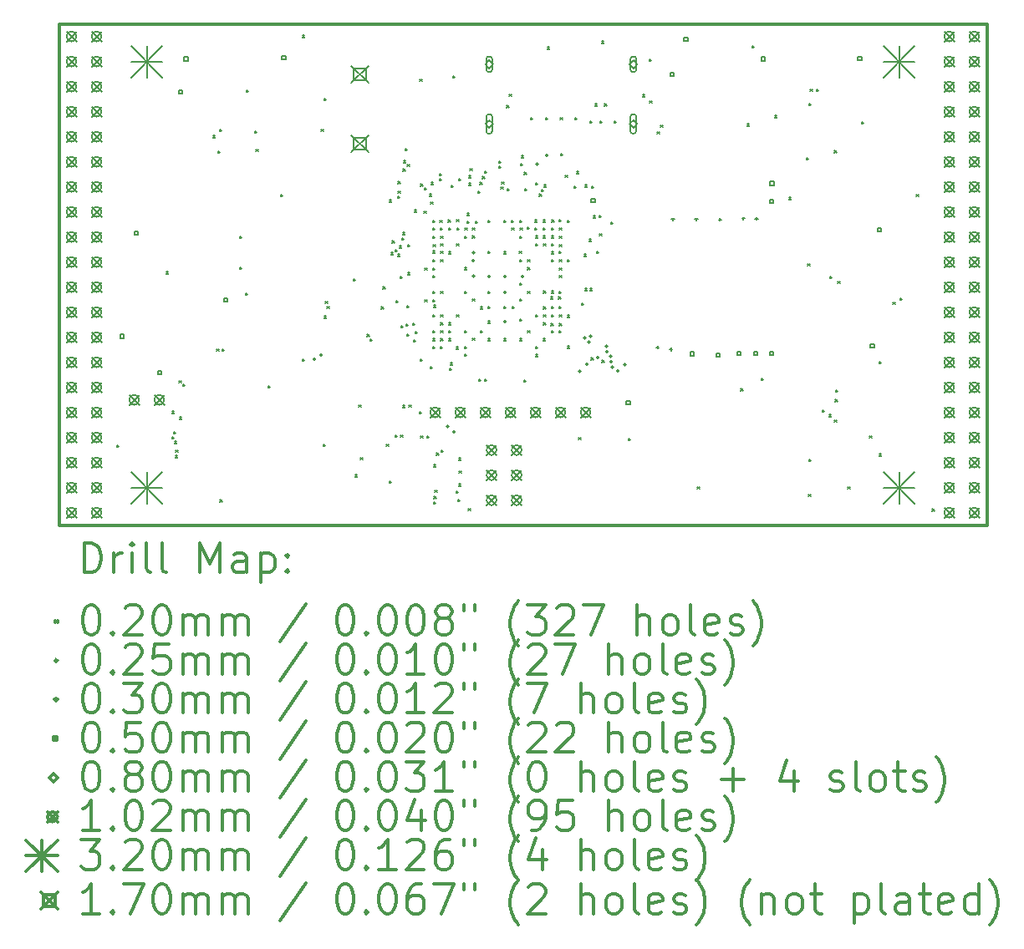
<source format=gbr>
%FSLAX45Y45*%
G04 Gerber Fmt 4.5, Leading zero omitted, Abs format (unit mm)*
G04 Created by KiCad (PCBNEW 4.0.7+dfsg1-1) date Mon Oct 23 00:19:00 2017*
%MOMM*%
%LPD*%
G01*
G04 APERTURE LIST*
%ADD10C,0.127000*%
%ADD11C,0.300000*%
%ADD12C,0.200000*%
G04 APERTURE END LIST*
D10*
D11*
X9410000Y-6142000D02*
X9410000Y-11222000D01*
X18808000Y-6142000D02*
X9410000Y-6142000D01*
X18808000Y-11222000D02*
X18808000Y-6142000D01*
X9410000Y-11222000D02*
X18808000Y-11222000D01*
D12*
X9998000Y-10410000D02*
X10018000Y-10430000D01*
X10018000Y-10410000D02*
X9998000Y-10430000D01*
X10493771Y-8653299D02*
X10513771Y-8673299D01*
X10513771Y-8653299D02*
X10493771Y-8673299D01*
X10555187Y-10325526D02*
X10575187Y-10345526D01*
X10575187Y-10325526D02*
X10555187Y-10345526D01*
X10557972Y-10068392D02*
X10577972Y-10088392D01*
X10577972Y-10068392D02*
X10557972Y-10088392D01*
X10570316Y-10275043D02*
X10590316Y-10295043D01*
X10590316Y-10275043D02*
X10570316Y-10295043D01*
X10580671Y-10371655D02*
X10600671Y-10391655D01*
X10600671Y-10371655D02*
X10580671Y-10391655D01*
X10587368Y-10514871D02*
X10607368Y-10534871D01*
X10607368Y-10514871D02*
X10587368Y-10534871D01*
X10592360Y-10459757D02*
X10612360Y-10479757D01*
X10612360Y-10459757D02*
X10592360Y-10479757D01*
X10626851Y-9756275D02*
X10646851Y-9776275D01*
X10646851Y-9756275D02*
X10626851Y-9776275D01*
X10630117Y-10127790D02*
X10650117Y-10147790D01*
X10650117Y-10127790D02*
X10630117Y-10147790D01*
X10664117Y-9793541D02*
X10684117Y-9813541D01*
X10684117Y-9793541D02*
X10664117Y-9813541D01*
X10972800Y-7273000D02*
X10992800Y-7293000D01*
X10992800Y-7273000D02*
X10972800Y-7293000D01*
X11009310Y-9438989D02*
X11029310Y-9458989D01*
X11029310Y-9438989D02*
X11009310Y-9458989D01*
X11021352Y-7428070D02*
X11041352Y-7448070D01*
X11041352Y-7428070D02*
X11021352Y-7448070D01*
X11038300Y-7211500D02*
X11058300Y-7231500D01*
X11058300Y-7211500D02*
X11038300Y-7231500D01*
X11042966Y-10966034D02*
X11062966Y-10986034D01*
X11062966Y-10966034D02*
X11042966Y-10986034D01*
X11061873Y-9435178D02*
X11081873Y-9455178D01*
X11081873Y-9435178D02*
X11061873Y-9455178D01*
X11241500Y-8291000D02*
X11261500Y-8311000D01*
X11261500Y-8291000D02*
X11241500Y-8311000D01*
X11241500Y-8608500D02*
X11261500Y-8628500D01*
X11261500Y-8608500D02*
X11241500Y-8628500D01*
X11298000Y-8870000D02*
X11318000Y-8890000D01*
X11318000Y-8870000D02*
X11298000Y-8890000D01*
X11311224Y-6814440D02*
X11331224Y-6834440D01*
X11331224Y-6814440D02*
X11311224Y-6834440D01*
X11393900Y-7224200D02*
X11413900Y-7244200D01*
X11413900Y-7224200D02*
X11393900Y-7244200D01*
X11406600Y-7414700D02*
X11426600Y-7434700D01*
X11426600Y-7414700D02*
X11406600Y-7434700D01*
X11530468Y-9806782D02*
X11550468Y-9826782D01*
X11550468Y-9806782D02*
X11530468Y-9826782D01*
X11655434Y-7867799D02*
X11675434Y-7887799D01*
X11675434Y-7867799D02*
X11655434Y-7887799D01*
X11874380Y-9539822D02*
X11894380Y-9559822D01*
X11894380Y-9539822D02*
X11874380Y-9559822D01*
X11875869Y-6255897D02*
X11895869Y-6275897D01*
X11895869Y-6255897D02*
X11875869Y-6275897D01*
X12067000Y-7211500D02*
X12087000Y-7231500D01*
X12087000Y-7211500D02*
X12067000Y-7231500D01*
X12090313Y-10403113D02*
X12110313Y-10423113D01*
X12110313Y-10403113D02*
X12090313Y-10423113D01*
X12094120Y-9102507D02*
X12114120Y-9122507D01*
X12114120Y-9102507D02*
X12094120Y-9122507D01*
X12098665Y-6897853D02*
X12118665Y-6917853D01*
X12118665Y-6897853D02*
X12098665Y-6917853D01*
X12110622Y-8956298D02*
X12130622Y-8976298D01*
X12130622Y-8956298D02*
X12110622Y-8976298D01*
X12126901Y-9006422D02*
X12146901Y-9026422D01*
X12146901Y-9006422D02*
X12126901Y-9026422D01*
X12392771Y-8724771D02*
X12412771Y-8744771D01*
X12412771Y-8724771D02*
X12392771Y-8744771D01*
X12392771Y-8724771D02*
X12412771Y-8744771D01*
X12412771Y-8724771D02*
X12392771Y-8744771D01*
X12410242Y-10710764D02*
X12430242Y-10730764D01*
X12430242Y-10710764D02*
X12410242Y-10730764D01*
X12448000Y-10005500D02*
X12468000Y-10025500D01*
X12468000Y-10005500D02*
X12448000Y-10025500D01*
X12464182Y-10539469D02*
X12484182Y-10559469D01*
X12484182Y-10539469D02*
X12464182Y-10559469D01*
X12532397Y-9289213D02*
X12552397Y-9309213D01*
X12552397Y-9289213D02*
X12532397Y-9309213D01*
X12564098Y-9335243D02*
X12584098Y-9355243D01*
X12584098Y-9335243D02*
X12564098Y-9355243D01*
X12678000Y-9010000D02*
X12698000Y-9030000D01*
X12698000Y-9010000D02*
X12678000Y-9030000D01*
X12694005Y-8806691D02*
X12714005Y-8826691D01*
X12714005Y-8806691D02*
X12694005Y-8826691D01*
X12725815Y-10402805D02*
X12745815Y-10422805D01*
X12745815Y-10402805D02*
X12725815Y-10422805D01*
X12754366Y-7925556D02*
X12774366Y-7945556D01*
X12774366Y-7925556D02*
X12754366Y-7945556D01*
X12755664Y-10771679D02*
X12775664Y-10791679D01*
X12775664Y-10771679D02*
X12755664Y-10791679D01*
X12772416Y-8457681D02*
X12792416Y-8477681D01*
X12792416Y-8457681D02*
X12772416Y-8477681D01*
X12786626Y-8341578D02*
X12806626Y-8361578D01*
X12806626Y-8341578D02*
X12786626Y-8361578D01*
X12816199Y-8428346D02*
X12836199Y-8448346D01*
X12836199Y-8428346D02*
X12816199Y-8448346D01*
X12818000Y-10310000D02*
X12838000Y-10330000D01*
X12838000Y-10310000D02*
X12818000Y-10330000D01*
X12822131Y-8943995D02*
X12842131Y-8963995D01*
X12842131Y-8943995D02*
X12822131Y-8963995D01*
X12838971Y-8476738D02*
X12858971Y-8496738D01*
X12858971Y-8476738D02*
X12838971Y-8496738D01*
X12841590Y-7889418D02*
X12861590Y-7909418D01*
X12861590Y-7889418D02*
X12841590Y-7909418D01*
X12844557Y-7737658D02*
X12864557Y-7757658D01*
X12864557Y-7737658D02*
X12844557Y-7757658D01*
X12846973Y-7836992D02*
X12866973Y-7856992D01*
X12866973Y-7836992D02*
X12846973Y-7856992D01*
X12856960Y-8392024D02*
X12876960Y-8412024D01*
X12876960Y-8392024D02*
X12856960Y-8412024D01*
X12867665Y-8701088D02*
X12887665Y-8721088D01*
X12887665Y-8701088D02*
X12867665Y-8721088D01*
X12870682Y-10308590D02*
X12890682Y-10328590D01*
X12890682Y-10308590D02*
X12870682Y-10328590D01*
X12878049Y-9198625D02*
X12898049Y-9218625D01*
X12898049Y-9198625D02*
X12878049Y-9218625D01*
X12884885Y-8308326D02*
X12904885Y-8328326D01*
X12904885Y-8308326D02*
X12884885Y-8328326D01*
X12890520Y-10007480D02*
X12910520Y-10027480D01*
X12910520Y-10007480D02*
X12890520Y-10027480D01*
X12891675Y-8256064D02*
X12911675Y-8276064D01*
X12911675Y-8256064D02*
X12891675Y-8276064D01*
X12896163Y-7612957D02*
X12916163Y-7632957D01*
X12916163Y-7612957D02*
X12896163Y-7632957D01*
X12902225Y-7526361D02*
X12922225Y-7546361D01*
X12922225Y-7526361D02*
X12902225Y-7546361D01*
X12915222Y-7404246D02*
X12935222Y-7424246D01*
X12935222Y-7404246D02*
X12915222Y-7424246D01*
X12928248Y-9182581D02*
X12948248Y-9202581D01*
X12948248Y-9182581D02*
X12928248Y-9202581D01*
X12933810Y-9282289D02*
X12953810Y-9302289D01*
X12953810Y-9282289D02*
X12933810Y-9302289D01*
X12935918Y-8993919D02*
X12955918Y-9013919D01*
X12955918Y-8993919D02*
X12935918Y-9013919D01*
X12939334Y-7563781D02*
X12959334Y-7583781D01*
X12959334Y-7563781D02*
X12939334Y-7583781D01*
X12941393Y-8376098D02*
X12961393Y-8396098D01*
X12961393Y-8376098D02*
X12941393Y-8396098D01*
X12944260Y-8660352D02*
X12964260Y-8680352D01*
X12964260Y-8660352D02*
X12944260Y-8680352D01*
X12956000Y-10005500D02*
X12976000Y-10025500D01*
X12976000Y-10005500D02*
X12956000Y-10025500D01*
X12992268Y-9173424D02*
X13012268Y-9193424D01*
X13012268Y-9173424D02*
X12992268Y-9193424D01*
X13004130Y-9343144D02*
X13024130Y-9363144D01*
X13024130Y-9343144D02*
X13004130Y-9363144D01*
X13009682Y-8027773D02*
X13029682Y-8047773D01*
X13029682Y-8027773D02*
X13009682Y-8047773D01*
X13017964Y-9257477D02*
X13037964Y-9277477D01*
X13037964Y-9257477D02*
X13017964Y-9277477D01*
X13059238Y-10069000D02*
X13079238Y-10089000D01*
X13079238Y-10069000D02*
X13059238Y-10089000D01*
X13066199Y-6701962D02*
X13086199Y-6721962D01*
X13086199Y-6701962D02*
X13066199Y-6721962D01*
X13070707Y-9535414D02*
X13090707Y-9555414D01*
X13090707Y-9535414D02*
X13070707Y-9555414D01*
X13073949Y-10316052D02*
X13093949Y-10336052D01*
X13093949Y-10316052D02*
X13073949Y-10336052D01*
X13075683Y-7764262D02*
X13095683Y-7784262D01*
X13095683Y-7764262D02*
X13075683Y-7784262D01*
X13108000Y-8040000D02*
X13128000Y-8060000D01*
X13128000Y-8040000D02*
X13108000Y-8060000D01*
X13113091Y-7801384D02*
X13133091Y-7821384D01*
X13133091Y-7801384D02*
X13113091Y-7821384D01*
X13115453Y-8615136D02*
X13135453Y-8635136D01*
X13135453Y-8615136D02*
X13115453Y-8635136D01*
X13118000Y-8935084D02*
X13138000Y-8955084D01*
X13138000Y-8935084D02*
X13118000Y-8955084D01*
X13135385Y-10316052D02*
X13155385Y-10336052D01*
X13155385Y-10316052D02*
X13135385Y-10336052D01*
X13160933Y-7864587D02*
X13180933Y-7884587D01*
X13180933Y-7864587D02*
X13160933Y-7884587D01*
X13170890Y-9612737D02*
X13190890Y-9632737D01*
X13190890Y-9612737D02*
X13170890Y-9632737D01*
X13174731Y-7948989D02*
X13194731Y-7968989D01*
X13194731Y-7948989D02*
X13174731Y-7968989D01*
X13182329Y-7748485D02*
X13202329Y-7768485D01*
X13202329Y-7748485D02*
X13182329Y-7768485D01*
X13197765Y-9087799D02*
X13217765Y-9107799D01*
X13217765Y-9087799D02*
X13197765Y-9107799D01*
X13197789Y-8617215D02*
X13217789Y-8637215D01*
X13217789Y-8617215D02*
X13197789Y-8637215D01*
X13197962Y-8532814D02*
X13217962Y-8552814D01*
X13217962Y-8532814D02*
X13197962Y-8552814D01*
X13198000Y-8440334D02*
X13218000Y-8460334D01*
X13218000Y-8440334D02*
X13198000Y-8460334D01*
X13198000Y-8130000D02*
X13218000Y-8150000D01*
X13218000Y-8130000D02*
X13198000Y-8150000D01*
X13198000Y-8207799D02*
X13218000Y-8227799D01*
X13218000Y-8207799D02*
X13198000Y-8227799D01*
X13198000Y-8690000D02*
X13218000Y-8710000D01*
X13218000Y-8690000D02*
X13198000Y-8710000D01*
X13198000Y-8850000D02*
X13218000Y-8870000D01*
X13218000Y-8850000D02*
X13198000Y-8870000D01*
X13198000Y-8935084D02*
X13218000Y-8955084D01*
X13218000Y-8935084D02*
X13198000Y-8955084D01*
X13198000Y-9250000D02*
X13218000Y-9270000D01*
X13218000Y-9250000D02*
X13198000Y-9270000D01*
X13198000Y-9330000D02*
X13218000Y-9350000D01*
X13218000Y-9330000D02*
X13198000Y-9350000D01*
X13198000Y-9410000D02*
X13218000Y-9430000D01*
X13218000Y-9410000D02*
X13198000Y-9430000D01*
X13198482Y-8292201D02*
X13218482Y-8312201D01*
X13218482Y-8292201D02*
X13198482Y-8312201D01*
X13201744Y-8376602D02*
X13221744Y-8396602D01*
X13221744Y-8376602D02*
X13201744Y-8396602D01*
X13204611Y-10984026D02*
X13224611Y-11004026D01*
X13224611Y-10984026D02*
X13204611Y-11004026D01*
X13205608Y-8993095D02*
X13225608Y-9013095D01*
X13225608Y-8993095D02*
X13205608Y-9013095D01*
X13206286Y-10608587D02*
X13226286Y-10628587D01*
X13226286Y-10608587D02*
X13206286Y-10628587D01*
X13208900Y-10931500D02*
X13228900Y-10951500D01*
X13228900Y-10931500D02*
X13208900Y-10951500D01*
X13218000Y-10870000D02*
X13238000Y-10890000D01*
X13238000Y-10870000D02*
X13218000Y-10890000D01*
X13234844Y-10489450D02*
X13254844Y-10509450D01*
X13254844Y-10489450D02*
X13234844Y-10509450D01*
X13263724Y-7657621D02*
X13283724Y-7677621D01*
X13283724Y-7657621D02*
X13263724Y-7677621D01*
X13266117Y-7710267D02*
X13286117Y-7730267D01*
X13286117Y-7710267D02*
X13266117Y-7730267D01*
X13268333Y-8129999D02*
X13288333Y-8149999D01*
X13288333Y-8129999D02*
X13268333Y-8149999D01*
X13271035Y-8207799D02*
X13291035Y-8227799D01*
X13291035Y-8207799D02*
X13271035Y-8227799D01*
X13274623Y-9409707D02*
X13294623Y-9429707D01*
X13294623Y-9409707D02*
X13274623Y-9429707D01*
X13277580Y-8532814D02*
X13297580Y-8552814D01*
X13297580Y-8532814D02*
X13277580Y-8552814D01*
X13278000Y-8292201D02*
X13298000Y-8312201D01*
X13298000Y-8292201D02*
X13278000Y-8312201D01*
X13278000Y-8850000D02*
X13298000Y-8870000D01*
X13298000Y-8850000D02*
X13278000Y-8870000D01*
X13278000Y-9090000D02*
X13298000Y-9110000D01*
X13298000Y-9090000D02*
X13278000Y-9110000D01*
X13278000Y-9170000D02*
X13298000Y-9190000D01*
X13298000Y-9170000D02*
X13278000Y-9190000D01*
X13278000Y-9250000D02*
X13298000Y-9270000D01*
X13298000Y-9250000D02*
X13278000Y-9270000D01*
X13278000Y-9330000D02*
X13298000Y-9350000D01*
X13298000Y-9330000D02*
X13278000Y-9350000D01*
X13278042Y-8446122D02*
X13298042Y-8466122D01*
X13298042Y-8446122D02*
X13278042Y-8466122D01*
X13278650Y-8367799D02*
X13298650Y-8387799D01*
X13298650Y-8367799D02*
X13278650Y-8387799D01*
X13283696Y-10459892D02*
X13303696Y-10479892D01*
X13303696Y-10459892D02*
X13283696Y-10479892D01*
X13352734Y-8129641D02*
X13372734Y-8149641D01*
X13372734Y-8129641D02*
X13352734Y-8149641D01*
X13355436Y-8207799D02*
X13375436Y-8227799D01*
X13375436Y-8207799D02*
X13355436Y-8227799D01*
X13357194Y-8449520D02*
X13377194Y-8469520D01*
X13377194Y-8449520D02*
X13357194Y-8469520D01*
X13358000Y-9170000D02*
X13378000Y-9190000D01*
X13378000Y-9170000D02*
X13358000Y-9190000D01*
X13358000Y-9250000D02*
X13378000Y-9270000D01*
X13378000Y-9250000D02*
X13358000Y-9270000D01*
X13358548Y-9330230D02*
X13378548Y-9350230D01*
X13378548Y-9330230D02*
X13358548Y-9350230D01*
X13366285Y-9629515D02*
X13386285Y-9649515D01*
X13386285Y-9629515D02*
X13366285Y-9649515D01*
X13375239Y-9577580D02*
X13395239Y-9597580D01*
X13395239Y-9577580D02*
X13375239Y-9597580D01*
X13382219Y-7775484D02*
X13402219Y-7795484D01*
X13402219Y-7775484D02*
X13382219Y-7795484D01*
X13397916Y-6668615D02*
X13417916Y-6688615D01*
X13417916Y-6668615D02*
X13397916Y-6688615D01*
X13435582Y-9416717D02*
X13455582Y-9436717D01*
X13455582Y-9416717D02*
X13435582Y-9436717D01*
X13436400Y-10874197D02*
X13456400Y-10894197D01*
X13456400Y-10874197D02*
X13436400Y-10894197D01*
X13437135Y-8124791D02*
X13457135Y-8144791D01*
X13457135Y-8124791D02*
X13437135Y-8144791D01*
X13438000Y-8370000D02*
X13458000Y-8390000D01*
X13458000Y-8370000D02*
X13438000Y-8390000D01*
X13438000Y-9090000D02*
X13458000Y-9110000D01*
X13458000Y-9090000D02*
X13438000Y-9110000D01*
X13440141Y-8207758D02*
X13460141Y-8227758D01*
X13460141Y-8207758D02*
X13440141Y-8227758D01*
X13453687Y-10961995D02*
X13473687Y-10981995D01*
X13473687Y-10961995D02*
X13453687Y-10981995D01*
X13457587Y-10803159D02*
X13477587Y-10823159D01*
X13477587Y-10803159D02*
X13457587Y-10823159D01*
X13460201Y-7710000D02*
X13480201Y-7730000D01*
X13480201Y-7710000D02*
X13460201Y-7730000D01*
X13460735Y-10540845D02*
X13480735Y-10560845D01*
X13480735Y-10540845D02*
X13460735Y-10560845D01*
X13465065Y-10671051D02*
X13485065Y-10691051D01*
X13485065Y-10671051D02*
X13465065Y-10691051D01*
X13517331Y-8851860D02*
X13537331Y-8871860D01*
X13537331Y-8851860D02*
X13517331Y-8871860D01*
X13518000Y-8292201D02*
X13538000Y-8312201D01*
X13538000Y-8292201D02*
X13518000Y-8312201D01*
X13518000Y-8610000D02*
X13538000Y-8630000D01*
X13538000Y-8610000D02*
X13518000Y-8630000D01*
X13518000Y-9250000D02*
X13538000Y-9270000D01*
X13538000Y-9250000D02*
X13518000Y-9270000D01*
X13518463Y-9488530D02*
X13538463Y-9508530D01*
X13538463Y-9488530D02*
X13518463Y-9508530D01*
X13518862Y-9412562D02*
X13538862Y-9432562D01*
X13538862Y-9412562D02*
X13518862Y-9432562D01*
X13524542Y-8207681D02*
X13544542Y-8227681D01*
X13544542Y-8207681D02*
X13524542Y-8227681D01*
X13546744Y-8060230D02*
X13566744Y-8080230D01*
X13566744Y-8060230D02*
X13546744Y-8080230D01*
X13546744Y-8138922D02*
X13566744Y-8158922D01*
X13566744Y-8138922D02*
X13546744Y-8158922D01*
X13555656Y-11051071D02*
X13575656Y-11071071D01*
X13575656Y-11051071D02*
X13555656Y-11071071D01*
X13559498Y-7754855D02*
X13579498Y-7774855D01*
X13579498Y-7754855D02*
X13559498Y-7774855D01*
X13562542Y-7680938D02*
X13582542Y-7700938D01*
X13582542Y-7680938D02*
X13562542Y-7700938D01*
X13573070Y-7610061D02*
X13593070Y-7630061D01*
X13593070Y-7610061D02*
X13573070Y-7630061D01*
X13598000Y-8210000D02*
X13618000Y-8230000D01*
X13618000Y-8210000D02*
X13598000Y-8230000D01*
X13598000Y-8290000D02*
X13618000Y-8310000D01*
X13618000Y-8290000D02*
X13598000Y-8310000D01*
X13598517Y-8929483D02*
X13618517Y-8949483D01*
X13618517Y-8929483D02*
X13598517Y-8949483D01*
X13599596Y-9326965D02*
X13619596Y-9346965D01*
X13619596Y-9326965D02*
X13599596Y-9346965D01*
X13631144Y-8139731D02*
X13651144Y-8159731D01*
X13651144Y-8139731D02*
X13631144Y-8159731D01*
X13653412Y-7835167D02*
X13673412Y-7855167D01*
X13673412Y-7835167D02*
X13653412Y-7855167D01*
X13664090Y-9741450D02*
X13684090Y-9761450D01*
X13684090Y-9741450D02*
X13664090Y-9761450D01*
X13675600Y-7746298D02*
X13695600Y-7766298D01*
X13695600Y-7746298D02*
X13675600Y-7766298D01*
X13678000Y-9250000D02*
X13698000Y-9270000D01*
X13698000Y-9250000D02*
X13678000Y-9270000D01*
X13678517Y-9009483D02*
X13698517Y-9029483D01*
X13698517Y-9009483D02*
X13678517Y-9029483D01*
X13700695Y-7687992D02*
X13720695Y-7707992D01*
X13720695Y-7687992D02*
X13700695Y-7707992D01*
X13719559Y-9743802D02*
X13739559Y-9763802D01*
X13739559Y-9743802D02*
X13719559Y-9763802D01*
X13720873Y-7631502D02*
X13740873Y-7651502D01*
X13740873Y-7631502D02*
X13720873Y-7651502D01*
X13755905Y-9153803D02*
X13775905Y-9173803D01*
X13775905Y-9153803D02*
X13755905Y-9173803D01*
X13758000Y-8130000D02*
X13778000Y-8150000D01*
X13778000Y-8130000D02*
X13758000Y-8150000D01*
X13758000Y-8850000D02*
X13778000Y-8870000D01*
X13778000Y-8850000D02*
X13758000Y-8870000D01*
X13758000Y-9007299D02*
X13778000Y-9027299D01*
X13778000Y-9007299D02*
X13758000Y-9027299D01*
X13758000Y-9330000D02*
X13778000Y-9350000D01*
X13778000Y-9330000D02*
X13758000Y-9350000D01*
X13758056Y-8443409D02*
X13778056Y-8463409D01*
X13778056Y-8443409D02*
X13758056Y-8463409D01*
X13867568Y-7584299D02*
X13887568Y-7604299D01*
X13887568Y-7584299D02*
X13867568Y-7604299D01*
X13867920Y-7530076D02*
X13887920Y-7550076D01*
X13887920Y-7530076D02*
X13867920Y-7550076D01*
X13886806Y-7794095D02*
X13906806Y-7814095D01*
X13906806Y-7794095D02*
X13886806Y-7814095D01*
X13894936Y-7742024D02*
X13914936Y-7762024D01*
X13914936Y-7742024D02*
X13894936Y-7762024D01*
X13917252Y-8451135D02*
X13937252Y-8471135D01*
X13937252Y-8451135D02*
X13917252Y-8471135D01*
X13918000Y-8130000D02*
X13938000Y-8150000D01*
X13938000Y-8130000D02*
X13918000Y-8150000D01*
X13918000Y-9002299D02*
X13938000Y-9022299D01*
X13938000Y-9002299D02*
X13918000Y-9022299D01*
X13918000Y-9330000D02*
X13938000Y-9350000D01*
X13938000Y-9330000D02*
X13918000Y-9350000D01*
X13947561Y-6969286D02*
X13967561Y-6989286D01*
X13967561Y-6969286D02*
X13947561Y-6989286D01*
X13948512Y-7810586D02*
X13968512Y-7830586D01*
X13968512Y-7810586D02*
X13948512Y-7830586D01*
X13972000Y-6856567D02*
X13992000Y-6876567D01*
X13992000Y-6856567D02*
X13972000Y-6876567D01*
X13993599Y-8130000D02*
X14013599Y-8150000D01*
X14013599Y-8130000D02*
X13993599Y-8150000D01*
X13998000Y-8210000D02*
X14018000Y-8230000D01*
X14018000Y-8210000D02*
X13998000Y-8230000D01*
X13999489Y-9002299D02*
X14019489Y-9022299D01*
X14019489Y-9002299D02*
X13999489Y-9022299D01*
X14073600Y-8443400D02*
X14093600Y-8463400D01*
X14093600Y-8443400D02*
X14073600Y-8463400D01*
X14076403Y-8294140D02*
X14096403Y-8314140D01*
X14096403Y-8294140D02*
X14076403Y-8314140D01*
X14077419Y-9133335D02*
X14097419Y-9153335D01*
X14097419Y-9133335D02*
X14077419Y-9153335D01*
X14078000Y-8130000D02*
X14098000Y-8150000D01*
X14098000Y-8130000D02*
X14078000Y-8150000D01*
X14078000Y-8530000D02*
X14098000Y-8550000D01*
X14098000Y-8530000D02*
X14078000Y-8550000D01*
X14078000Y-8770000D02*
X14098000Y-8790000D01*
X14098000Y-8770000D02*
X14078000Y-8790000D01*
X14078000Y-8930000D02*
X14098000Y-8950000D01*
X14098000Y-8930000D02*
X14078000Y-8950000D01*
X14078000Y-9330000D02*
X14098000Y-9350000D01*
X14098000Y-9330000D02*
X14078000Y-9350000D01*
X14082401Y-8207928D02*
X14102401Y-8227928D01*
X14102401Y-8207928D02*
X14082401Y-8227928D01*
X14088006Y-7558194D02*
X14108006Y-7578194D01*
X14108006Y-7558194D02*
X14088006Y-7578194D01*
X14094664Y-7477380D02*
X14114664Y-7497380D01*
X14114664Y-7477380D02*
X14094664Y-7497380D01*
X14118000Y-9750000D02*
X14138000Y-9770000D01*
X14138000Y-9750000D02*
X14118000Y-9770000D01*
X14124297Y-7645500D02*
X14144297Y-7665500D01*
X14144297Y-7645500D02*
X14124297Y-7665500D01*
X14128016Y-7812697D02*
X14148016Y-7832697D01*
X14148016Y-7812697D02*
X14128016Y-7832697D01*
X14155799Y-8203034D02*
X14175799Y-8223034D01*
X14175799Y-8203034D02*
X14155799Y-8223034D01*
X14158000Y-8530000D02*
X14178000Y-8550000D01*
X14178000Y-8530000D02*
X14158000Y-8550000D01*
X14158000Y-8610000D02*
X14178000Y-8630000D01*
X14178000Y-8610000D02*
X14158000Y-8630000D01*
X14158000Y-8850000D02*
X14178000Y-8870000D01*
X14178000Y-8850000D02*
X14158000Y-8870000D01*
X14158000Y-9250000D02*
X14178000Y-9270000D01*
X14178000Y-9250000D02*
X14158000Y-9270000D01*
X14190056Y-7090851D02*
X14210056Y-7110851D01*
X14210056Y-7090851D02*
X14190056Y-7110851D01*
X14229642Y-8209139D02*
X14249642Y-8229139D01*
X14249642Y-8209139D02*
X14229642Y-8229139D01*
X14231398Y-8128224D02*
X14251398Y-8148224D01*
X14251398Y-8128224D02*
X14231398Y-8148224D01*
X14237355Y-8289891D02*
X14257355Y-8309891D01*
X14257355Y-8289891D02*
X14237355Y-8309891D01*
X14238000Y-7750000D02*
X14258000Y-7770000D01*
X14258000Y-7750000D02*
X14238000Y-7770000D01*
X14238000Y-8370000D02*
X14258000Y-8390000D01*
X14258000Y-8370000D02*
X14238000Y-8390000D01*
X14238000Y-9090000D02*
X14258000Y-9110000D01*
X14258000Y-9090000D02*
X14238000Y-9110000D01*
X14238000Y-9410000D02*
X14258000Y-9430000D01*
X14258000Y-9410000D02*
X14238000Y-9430000D01*
X14238000Y-9490000D02*
X14258000Y-9510000D01*
X14258000Y-9490000D02*
X14238000Y-9510000D01*
X14275272Y-7865993D02*
X14295272Y-7885993D01*
X14295272Y-7865993D02*
X14275272Y-7885993D01*
X14300511Y-7819522D02*
X14320511Y-7839522D01*
X14320511Y-7819522D02*
X14300511Y-7839522D01*
X14315799Y-8127963D02*
X14335799Y-8147963D01*
X14335799Y-8127963D02*
X14315799Y-8147963D01*
X14315799Y-8210715D02*
X14335799Y-8230715D01*
X14335799Y-8210715D02*
X14315799Y-8230715D01*
X14315799Y-8290000D02*
X14335799Y-8310000D01*
X14335799Y-8290000D02*
X14315799Y-8310000D01*
X14316969Y-9331491D02*
X14336969Y-9351491D01*
X14336969Y-9331491D02*
X14316969Y-9351491D01*
X14317803Y-8849503D02*
X14337803Y-8869503D01*
X14337803Y-8849503D02*
X14317803Y-8869503D01*
X14318000Y-8370000D02*
X14338000Y-8390000D01*
X14338000Y-8370000D02*
X14318000Y-8390000D01*
X14318000Y-9090000D02*
X14338000Y-9110000D01*
X14338000Y-9090000D02*
X14318000Y-9110000D01*
X14318000Y-9170000D02*
X14338000Y-9190000D01*
X14338000Y-9170000D02*
X14318000Y-9190000D01*
X14318182Y-9010195D02*
X14338182Y-9030195D01*
X14338182Y-9010195D02*
X14318182Y-9030195D01*
X14323180Y-7771946D02*
X14343180Y-7791946D01*
X14343180Y-7771946D02*
X14323180Y-7791946D01*
X14338035Y-7091653D02*
X14358035Y-7111653D01*
X14358035Y-7091653D02*
X14338035Y-7111653D01*
X14355067Y-6376252D02*
X14375067Y-6396252D01*
X14375067Y-6376252D02*
X14355067Y-6396252D01*
X14388995Y-8907799D02*
X14408995Y-8927799D01*
X14408995Y-8907799D02*
X14388995Y-8927799D01*
X14396483Y-9177765D02*
X14416483Y-9197765D01*
X14416483Y-9177765D02*
X14396483Y-9197765D01*
X14398000Y-9090000D02*
X14418000Y-9110000D01*
X14418000Y-9090000D02*
X14398000Y-9110000D01*
X14398242Y-9003286D02*
X14418242Y-9023286D01*
X14418242Y-9003286D02*
X14398242Y-9023286D01*
X14398283Y-8848451D02*
X14418283Y-8868451D01*
X14418283Y-8848451D02*
X14398283Y-8868451D01*
X14400201Y-8208560D02*
X14420201Y-8228560D01*
X14420201Y-8208560D02*
X14400201Y-8228560D01*
X14400201Y-8290000D02*
X14420201Y-8310000D01*
X14420201Y-8290000D02*
X14400201Y-8310000D01*
X14400201Y-8370000D02*
X14420201Y-8390000D01*
X14420201Y-8370000D02*
X14400201Y-8390000D01*
X14400201Y-8450000D02*
X14420201Y-8470000D01*
X14420201Y-8450000D02*
X14400201Y-8470000D01*
X14400201Y-8529722D02*
X14420201Y-8549722D01*
X14420201Y-8529722D02*
X14400201Y-8549722D01*
X14401325Y-9248876D02*
X14421325Y-9268876D01*
X14421325Y-9248876D02*
X14401325Y-9268876D01*
X14404602Y-8127478D02*
X14424602Y-8147478D01*
X14424602Y-8127478D02*
X14404602Y-8147478D01*
X14471061Y-8907799D02*
X14491061Y-8927799D01*
X14491061Y-8907799D02*
X14471061Y-8927799D01*
X14476639Y-8123398D02*
X14496639Y-8143398D01*
X14496639Y-8123398D02*
X14476639Y-8143398D01*
X14476724Y-9006446D02*
X14496724Y-9026446D01*
X14496724Y-9006446D02*
X14476724Y-9026446D01*
X14477765Y-8852201D02*
X14497765Y-8872201D01*
X14497765Y-8852201D02*
X14477765Y-8872201D01*
X14477769Y-8443293D02*
X14497769Y-8463293D01*
X14497769Y-8443293D02*
X14477769Y-8463293D01*
X14478235Y-9247799D02*
X14498235Y-9267799D01*
X14498235Y-9247799D02*
X14478235Y-9267799D01*
X14478509Y-8207799D02*
X14498509Y-8227799D01*
X14498509Y-8207799D02*
X14478509Y-8227799D01*
X14478654Y-8528519D02*
X14498654Y-8548519D01*
X14498654Y-8528519D02*
X14478654Y-8548519D01*
X14478856Y-8689382D02*
X14498856Y-8709382D01*
X14498856Y-8689382D02*
X14478856Y-8709382D01*
X14479038Y-8376602D02*
X14499038Y-8396602D01*
X14499038Y-8376602D02*
X14479038Y-8396602D01*
X14479163Y-9090847D02*
X14499163Y-9110847D01*
X14499163Y-9090847D02*
X14479163Y-9110847D01*
X14479410Y-8292201D02*
X14499410Y-8312201D01*
X14499410Y-8292201D02*
X14479410Y-8312201D01*
X14479577Y-9177444D02*
X14499577Y-9197444D01*
X14499577Y-9177444D02*
X14479577Y-9197444D01*
X14480128Y-8616874D02*
X14500128Y-8636874D01*
X14500128Y-8616874D02*
X14480128Y-8636874D01*
X14487842Y-7092405D02*
X14507842Y-7112405D01*
X14507842Y-7092405D02*
X14487842Y-7112405D01*
X14491706Y-7455585D02*
X14511706Y-7475585D01*
X14511706Y-7455585D02*
X14491706Y-7475585D01*
X14539401Y-7673483D02*
X14559401Y-7693483D01*
X14559401Y-7673483D02*
X14539401Y-7693483D01*
X14558000Y-8130000D02*
X14578000Y-8150000D01*
X14578000Y-8130000D02*
X14558000Y-8150000D01*
X14558000Y-8532201D02*
X14578000Y-8552201D01*
X14578000Y-8532201D02*
X14558000Y-8552201D01*
X14558000Y-9407799D02*
X14578000Y-9427799D01*
X14578000Y-9407799D02*
X14558000Y-9427799D01*
X14561303Y-9092201D02*
X14581303Y-9112201D01*
X14581303Y-9092201D02*
X14561303Y-9112201D01*
X14628717Y-7783934D02*
X14648717Y-7803934D01*
X14648717Y-7783934D02*
X14628717Y-7803934D01*
X14636897Y-7089394D02*
X14656897Y-7109394D01*
X14656897Y-7089394D02*
X14636897Y-7109394D01*
X14652765Y-7636130D02*
X14672765Y-7656130D01*
X14672765Y-7636130D02*
X14652765Y-7656130D01*
X14674429Y-10335274D02*
X14694429Y-10355274D01*
X14694429Y-10335274D02*
X14674429Y-10355274D01*
X14702593Y-8970288D02*
X14722593Y-8990288D01*
X14722593Y-8970288D02*
X14702593Y-8990288D01*
X14732247Y-8475859D02*
X14752247Y-8495859D01*
X14752247Y-8475859D02*
X14732247Y-8495859D01*
X14737067Y-8822484D02*
X14757067Y-8842484D01*
X14757067Y-8822484D02*
X14737067Y-8842484D01*
X14738000Y-7772201D02*
X14758000Y-7792201D01*
X14758000Y-7772201D02*
X14738000Y-7792201D01*
X14779417Y-8323581D02*
X14799417Y-8343581D01*
X14799417Y-8323581D02*
X14779417Y-8343581D01*
X14788736Y-7127779D02*
X14808736Y-7147779D01*
X14808736Y-7127779D02*
X14788736Y-7147779D01*
X14789768Y-8822484D02*
X14809768Y-8842484D01*
X14809768Y-8822484D02*
X14789768Y-8842484D01*
X14800281Y-9523902D02*
X14820281Y-9543902D01*
X14820281Y-9523902D02*
X14800281Y-9543902D01*
X14806076Y-7788079D02*
X14826076Y-7808079D01*
X14826076Y-7788079D02*
X14806076Y-7808079D01*
X14823777Y-8087578D02*
X14843777Y-8107578D01*
X14843777Y-8087578D02*
X14823777Y-8107578D01*
X14837783Y-6951968D02*
X14857783Y-6971968D01*
X14857783Y-6951968D02*
X14837783Y-6971968D01*
X14856880Y-8445039D02*
X14876880Y-8465039D01*
X14876880Y-8445039D02*
X14856880Y-8465039D01*
X14883585Y-8079901D02*
X14903585Y-8099901D01*
X14903585Y-8079901D02*
X14883585Y-8099901D01*
X14887565Y-8265534D02*
X14907565Y-8285534D01*
X14907565Y-8265534D02*
X14887565Y-8285534D01*
X14889119Y-7127779D02*
X14909119Y-7147779D01*
X14909119Y-7127779D02*
X14889119Y-7147779D01*
X14908375Y-6315711D02*
X14928375Y-6335711D01*
X14928375Y-6315711D02*
X14908375Y-6335711D01*
X14910771Y-9550529D02*
X14930771Y-9570529D01*
X14930771Y-9550529D02*
X14910771Y-9570529D01*
X14937595Y-6951968D02*
X14957595Y-6971968D01*
X14957595Y-6951968D02*
X14937595Y-6971968D01*
X14998000Y-8150000D02*
X15018000Y-8170000D01*
X15018000Y-8150000D02*
X14998000Y-8170000D01*
X15035722Y-7127779D02*
X15055722Y-7147779D01*
X15055722Y-7127779D02*
X15035722Y-7147779D01*
X15179638Y-10341072D02*
X15199638Y-10361072D01*
X15199638Y-10341072D02*
X15179638Y-10361072D01*
X15322234Y-6857342D02*
X15342234Y-6877342D01*
X15342234Y-6857342D02*
X15322234Y-6877342D01*
X15388420Y-6497712D02*
X15408420Y-6517712D01*
X15408420Y-6497712D02*
X15388420Y-6517712D01*
X15394400Y-6919400D02*
X15414400Y-6939400D01*
X15414400Y-6919400D02*
X15394400Y-6939400D01*
X15469400Y-7232600D02*
X15489400Y-7252600D01*
X15489400Y-7232600D02*
X15469400Y-7252600D01*
X15504936Y-7166453D02*
X15524936Y-7186453D01*
X15524936Y-7166453D02*
X15504936Y-7186453D01*
X15877000Y-10831000D02*
X15897000Y-10851000D01*
X15897000Y-10831000D02*
X15877000Y-10851000D01*
X16317742Y-9840172D02*
X16337742Y-9860172D01*
X16337742Y-9840172D02*
X16317742Y-9860172D01*
X16380885Y-7155186D02*
X16400885Y-7175186D01*
X16400885Y-7155186D02*
X16380885Y-7175186D01*
X16433388Y-6363745D02*
X16453388Y-6383745D01*
X16453388Y-6363745D02*
X16433388Y-6383745D01*
X16524921Y-9732292D02*
X16544921Y-9752292D01*
X16544921Y-9732292D02*
X16524921Y-9752292D01*
X16657891Y-7070355D02*
X16677891Y-7090355D01*
X16677891Y-7070355D02*
X16657891Y-7090355D01*
X16806644Y-7900804D02*
X16826644Y-7920804D01*
X16826644Y-7900804D02*
X16806644Y-7920804D01*
X16979535Y-7499299D02*
X16999535Y-7519299D01*
X16999535Y-7499299D02*
X16979535Y-7519299D01*
X16994600Y-8570400D02*
X17014600Y-8590400D01*
X17014600Y-8570400D02*
X16994600Y-8590400D01*
X17002604Y-10911247D02*
X17022604Y-10931247D01*
X17022604Y-10911247D02*
X17002604Y-10931247D01*
X17005773Y-10556635D02*
X17025773Y-10576635D01*
X17025773Y-10556635D02*
X17005773Y-10576635D01*
X17008296Y-6947101D02*
X17028296Y-6967101D01*
X17028296Y-6947101D02*
X17008296Y-6967101D01*
X17020000Y-6805100D02*
X17040000Y-6825100D01*
X17040000Y-6805100D02*
X17020000Y-6825100D01*
X17085000Y-6802556D02*
X17105000Y-6822556D01*
X17105000Y-6802556D02*
X17085000Y-6822556D01*
X17144030Y-10054574D02*
X17164030Y-10074574D01*
X17164030Y-10054574D02*
X17144030Y-10074574D01*
X17209336Y-10100566D02*
X17229336Y-10120566D01*
X17229336Y-10100566D02*
X17209336Y-10120566D01*
X17218956Y-8702405D02*
X17238956Y-8722405D01*
X17238956Y-8702405D02*
X17218956Y-8722405D01*
X17264664Y-7424799D02*
X17284664Y-7444799D01*
X17284664Y-7424799D02*
X17264664Y-7444799D01*
X17266127Y-10155168D02*
X17286127Y-10175168D01*
X17286127Y-10155168D02*
X17266127Y-10175168D01*
X17273463Y-9949992D02*
X17293463Y-9969992D01*
X17293463Y-9949992D02*
X17273463Y-9969992D01*
X17277992Y-9851865D02*
X17297992Y-9871865D01*
X17297992Y-9851865D02*
X17277992Y-9871865D01*
X17299400Y-8748200D02*
X17319400Y-8768200D01*
X17319400Y-8748200D02*
X17299400Y-8768200D01*
X17401000Y-10831000D02*
X17421000Y-10851000D01*
X17421000Y-10831000D02*
X17401000Y-10851000D01*
X17539563Y-7135743D02*
X17559563Y-7155743D01*
X17559563Y-7135743D02*
X17539563Y-7155743D01*
X17620559Y-10317981D02*
X17640559Y-10337981D01*
X17640559Y-10317981D02*
X17620559Y-10337981D01*
X17717400Y-10497912D02*
X17737400Y-10517912D01*
X17737400Y-10497912D02*
X17717400Y-10517912D01*
X17718500Y-9561000D02*
X17738500Y-9581000D01*
X17738500Y-9561000D02*
X17718500Y-9581000D01*
X17856591Y-8961390D02*
X17876591Y-8981390D01*
X17876591Y-8961390D02*
X17856591Y-8981390D01*
X17927598Y-8921781D02*
X17947598Y-8941781D01*
X17947598Y-8921781D02*
X17927598Y-8941781D01*
X18096500Y-7868500D02*
X18116500Y-7888500D01*
X18116500Y-7868500D02*
X18096500Y-7888500D01*
X18255436Y-11056584D02*
X18275436Y-11076584D01*
X18275436Y-11056584D02*
X18255436Y-11076584D01*
X12010516Y-9541295D02*
G75*
G03X12010516Y-9541295I-12700J0D01*
G01*
X12076103Y-9497760D02*
G75*
G03X12076103Y-9497760I-12700J0D01*
G01*
X13357629Y-10223262D02*
G75*
G03X13357629Y-10223262I-12700J0D01*
G01*
X13420141Y-10275223D02*
G75*
G03X13420141Y-10275223I-12700J0D01*
G01*
X13620700Y-8460000D02*
G75*
G03X13620700Y-8460000I-12700J0D01*
G01*
X13620700Y-8540000D02*
G75*
G03X13620700Y-8540000I-12700J0D01*
G01*
X13623799Y-8699540D02*
G75*
G03X13623799Y-8699540I-12700J0D01*
G01*
X13780700Y-8700000D02*
G75*
G03X13780700Y-8700000I-12700J0D01*
G01*
X13939164Y-9161521D02*
G75*
G03X13939164Y-9161521I-12700J0D01*
G01*
X13940700Y-8700000D02*
G75*
G03X13940700Y-8700000I-12700J0D01*
G01*
X13940700Y-8860000D02*
G75*
G03X13940700Y-8860000I-12700J0D01*
G01*
X14116986Y-8699500D02*
G75*
G03X14116986Y-8699500I-12700J0D01*
G01*
X14265799Y-7566284D02*
G75*
G03X14265799Y-7566284I-12700J0D01*
G01*
X14365259Y-7474977D02*
G75*
G03X14365259Y-7474977I-12700J0D01*
G01*
X14698950Y-9661750D02*
G75*
G03X14698950Y-9661750I-12700J0D01*
G01*
X14748323Y-9321914D02*
G75*
G03X14748323Y-9321914I-12700J0D01*
G01*
X14766147Y-9591326D02*
G75*
G03X14766147Y-9591326I-12700J0D01*
G01*
X14790471Y-9369101D02*
G75*
G03X14790471Y-9369101I-12700J0D01*
G01*
X14804230Y-9306098D02*
G75*
G03X14804230Y-9306098I-12700J0D01*
G01*
X14878093Y-9524901D02*
G75*
G03X14878093Y-9524901I-12700J0D01*
G01*
X14969298Y-9405479D02*
G75*
G03X14969298Y-9405479I-12700J0D01*
G01*
X14971152Y-9463550D02*
G75*
G03X14971152Y-9463550I-12700J0D01*
G01*
X15007952Y-9508512D02*
G75*
G03X15007952Y-9508512I-12700J0D01*
G01*
X15016044Y-9566047D02*
G75*
G03X15016044Y-9566047I-12700J0D01*
G01*
X15027622Y-9622983D02*
G75*
G03X15027622Y-9622983I-12700J0D01*
G01*
X15084750Y-9657580D02*
G75*
G03X15084750Y-9657580I-12700J0D01*
G01*
X15157504Y-9595169D02*
G75*
G03X15157504Y-9595169I-12700J0D01*
G01*
X15472629Y-9402136D02*
X15472629Y-9432136D01*
X15457629Y-9417136D02*
X15487629Y-9417136D01*
X15607711Y-9423078D02*
X15607711Y-9453078D01*
X15592711Y-9438078D02*
X15622711Y-9438078D01*
X15628000Y-8106084D02*
X15628000Y-8136084D01*
X15613000Y-8121084D02*
X15643000Y-8121084D01*
X15868000Y-8106084D02*
X15868000Y-8136084D01*
X15853000Y-8121084D02*
X15883000Y-8121084D01*
X16106799Y-8106612D02*
X16106799Y-8136612D01*
X16091799Y-8121612D02*
X16121799Y-8121612D01*
X16342203Y-8097066D02*
X16342203Y-8127066D01*
X16327203Y-8112066D02*
X16357203Y-8112066D01*
X16474183Y-8098057D02*
X16474183Y-8128057D01*
X16459183Y-8113057D02*
X16489183Y-8113057D01*
X10065668Y-9324068D02*
X10065668Y-9288713D01*
X10030313Y-9288713D01*
X10030313Y-9324068D01*
X10065668Y-9324068D01*
X10210884Y-8276183D02*
X10210884Y-8240827D01*
X10175529Y-8240827D01*
X10175529Y-8276183D01*
X10210884Y-8276183D01*
X10448586Y-9690837D02*
X10448586Y-9655482D01*
X10413231Y-9655482D01*
X10413231Y-9690837D01*
X10448586Y-9690837D01*
X10659458Y-6848926D02*
X10659458Y-6813570D01*
X10624103Y-6813570D01*
X10624103Y-6848926D01*
X10659458Y-6848926D01*
X10715159Y-6513075D02*
X10715159Y-6477720D01*
X10679803Y-6477720D01*
X10679803Y-6513075D01*
X10715159Y-6513075D01*
X11116778Y-8953678D02*
X11116778Y-8918322D01*
X11081422Y-8918322D01*
X11081422Y-8953678D01*
X11116778Y-8953678D01*
X11705728Y-6497972D02*
X11705728Y-6462616D01*
X11670372Y-6462616D01*
X11670372Y-6497972D01*
X11705728Y-6497972D01*
X14837878Y-7950378D02*
X14837878Y-7915022D01*
X14802522Y-7915022D01*
X14802522Y-7950378D01*
X14837878Y-7950378D01*
X15193478Y-9995078D02*
X15193478Y-9959722D01*
X15158122Y-9959722D01*
X15158122Y-9995078D01*
X15193478Y-9995078D01*
X15641236Y-6672514D02*
X15641236Y-6637158D01*
X15605880Y-6637158D01*
X15605880Y-6672514D01*
X15641236Y-6672514D01*
X15777678Y-6312078D02*
X15777678Y-6276722D01*
X15742322Y-6276722D01*
X15742322Y-6312078D01*
X15777678Y-6312078D01*
X15841046Y-9502939D02*
X15841046Y-9467584D01*
X15805691Y-9467584D01*
X15805691Y-9502939D01*
X15841046Y-9502939D01*
X16105267Y-9516553D02*
X16105267Y-9481197D01*
X16069912Y-9481197D01*
X16069912Y-9516553D01*
X16105267Y-9516553D01*
X16316953Y-9499696D02*
X16316953Y-9464341D01*
X16281597Y-9464341D01*
X16281597Y-9499696D01*
X16316953Y-9499696D01*
X16483055Y-9500233D02*
X16483055Y-9464877D01*
X16447699Y-9464877D01*
X16447699Y-9500233D01*
X16483055Y-9500233D01*
X16559402Y-6513144D02*
X16559402Y-6477789D01*
X16524047Y-6477789D01*
X16524047Y-6513144D01*
X16559402Y-6513144D01*
X16642573Y-7958481D02*
X16642573Y-7923125D01*
X16607218Y-7923125D01*
X16607218Y-7958481D01*
X16642573Y-7958481D01*
X16645678Y-9497678D02*
X16645678Y-9462322D01*
X16610322Y-9462322D01*
X16610322Y-9497678D01*
X16645678Y-9497678D01*
X16649839Y-7774906D02*
X16649839Y-7739550D01*
X16614484Y-7739550D01*
X16614484Y-7774906D01*
X16649839Y-7774906D01*
X17538711Y-6512572D02*
X17538711Y-6477216D01*
X17503355Y-6477216D01*
X17503355Y-6512572D01*
X17538711Y-6512572D01*
X17665108Y-9424587D02*
X17665108Y-9389232D01*
X17629753Y-9389232D01*
X17629753Y-9424587D01*
X17665108Y-9424587D01*
X17740669Y-8245813D02*
X17740669Y-8210457D01*
X17705313Y-8210457D01*
X17705313Y-8245813D01*
X17740669Y-8245813D01*
X13768000Y-6590000D02*
X13808000Y-6550000D01*
X13768000Y-6510000D01*
X13728000Y-6550000D01*
X13768000Y-6590000D01*
X13738000Y-6500000D02*
X13738000Y-6600000D01*
X13798000Y-6500000D02*
X13798000Y-6600000D01*
X13738000Y-6600000D02*
G75*
G03X13798000Y-6600000I30000J0D01*
G01*
X13798000Y-6500000D02*
G75*
G03X13738000Y-6500000I-30000J0D01*
G01*
X13768000Y-7195000D02*
X13808000Y-7155000D01*
X13768000Y-7115000D01*
X13728000Y-7155000D01*
X13768000Y-7195000D01*
X13738000Y-7085000D02*
X13738000Y-7225000D01*
X13798000Y-7085000D02*
X13798000Y-7225000D01*
X13738000Y-7225000D02*
G75*
G03X13798000Y-7225000I30000J0D01*
G01*
X13798000Y-7085000D02*
G75*
G03X13738000Y-7085000I-30000J0D01*
G01*
X15228000Y-6590000D02*
X15268000Y-6550000D01*
X15228000Y-6510000D01*
X15188000Y-6550000D01*
X15228000Y-6590000D01*
X15198000Y-6500000D02*
X15198000Y-6600000D01*
X15258000Y-6500000D02*
X15258000Y-6600000D01*
X15198000Y-6600000D02*
G75*
G03X15258000Y-6600000I30000J0D01*
G01*
X15258000Y-6500000D02*
G75*
G03X15198000Y-6500000I-30000J0D01*
G01*
X15228000Y-7195000D02*
X15268000Y-7155000D01*
X15228000Y-7115000D01*
X15188000Y-7155000D01*
X15228000Y-7195000D01*
X15198000Y-7085000D02*
X15198000Y-7225000D01*
X15258000Y-7085000D02*
X15258000Y-7225000D01*
X15198000Y-7225000D02*
G75*
G03X15258000Y-7225000I30000J0D01*
G01*
X15258000Y-7085000D02*
G75*
G03X15198000Y-7085000I-30000J0D01*
G01*
X9486200Y-6218200D02*
X9587800Y-6319800D01*
X9587800Y-6218200D02*
X9486200Y-6319800D01*
X9587800Y-6269000D02*
G75*
G03X9587800Y-6269000I-50800J0D01*
G01*
X9486200Y-6472200D02*
X9587800Y-6573800D01*
X9587800Y-6472200D02*
X9486200Y-6573800D01*
X9587800Y-6523000D02*
G75*
G03X9587800Y-6523000I-50800J0D01*
G01*
X9486200Y-6726200D02*
X9587800Y-6827800D01*
X9587800Y-6726200D02*
X9486200Y-6827800D01*
X9587800Y-6777000D02*
G75*
G03X9587800Y-6777000I-50800J0D01*
G01*
X9486200Y-6980200D02*
X9587800Y-7081800D01*
X9587800Y-6980200D02*
X9486200Y-7081800D01*
X9587800Y-7031000D02*
G75*
G03X9587800Y-7031000I-50800J0D01*
G01*
X9486200Y-7234200D02*
X9587800Y-7335800D01*
X9587800Y-7234200D02*
X9486200Y-7335800D01*
X9587800Y-7285000D02*
G75*
G03X9587800Y-7285000I-50800J0D01*
G01*
X9486200Y-7488200D02*
X9587800Y-7589800D01*
X9587800Y-7488200D02*
X9486200Y-7589800D01*
X9587800Y-7539000D02*
G75*
G03X9587800Y-7539000I-50800J0D01*
G01*
X9486200Y-7742200D02*
X9587800Y-7843800D01*
X9587800Y-7742200D02*
X9486200Y-7843800D01*
X9587800Y-7793000D02*
G75*
G03X9587800Y-7793000I-50800J0D01*
G01*
X9486200Y-7996200D02*
X9587800Y-8097800D01*
X9587800Y-7996200D02*
X9486200Y-8097800D01*
X9587800Y-8047000D02*
G75*
G03X9587800Y-8047000I-50800J0D01*
G01*
X9486200Y-8250200D02*
X9587800Y-8351800D01*
X9587800Y-8250200D02*
X9486200Y-8351800D01*
X9587800Y-8301000D02*
G75*
G03X9587800Y-8301000I-50800J0D01*
G01*
X9486200Y-8504200D02*
X9587800Y-8605800D01*
X9587800Y-8504200D02*
X9486200Y-8605800D01*
X9587800Y-8555000D02*
G75*
G03X9587800Y-8555000I-50800J0D01*
G01*
X9486200Y-8758200D02*
X9587800Y-8859800D01*
X9587800Y-8758200D02*
X9486200Y-8859800D01*
X9587800Y-8809000D02*
G75*
G03X9587800Y-8809000I-50800J0D01*
G01*
X9486200Y-9012200D02*
X9587800Y-9113800D01*
X9587800Y-9012200D02*
X9486200Y-9113800D01*
X9587800Y-9063000D02*
G75*
G03X9587800Y-9063000I-50800J0D01*
G01*
X9486200Y-9266200D02*
X9587800Y-9367800D01*
X9587800Y-9266200D02*
X9486200Y-9367800D01*
X9587800Y-9317000D02*
G75*
G03X9587800Y-9317000I-50800J0D01*
G01*
X9486200Y-9520200D02*
X9587800Y-9621800D01*
X9587800Y-9520200D02*
X9486200Y-9621800D01*
X9587800Y-9571000D02*
G75*
G03X9587800Y-9571000I-50800J0D01*
G01*
X9486200Y-9774200D02*
X9587800Y-9875800D01*
X9587800Y-9774200D02*
X9486200Y-9875800D01*
X9587800Y-9825000D02*
G75*
G03X9587800Y-9825000I-50800J0D01*
G01*
X9486200Y-10028200D02*
X9587800Y-10129800D01*
X9587800Y-10028200D02*
X9486200Y-10129800D01*
X9587800Y-10079000D02*
G75*
G03X9587800Y-10079000I-50800J0D01*
G01*
X9486200Y-10282200D02*
X9587800Y-10383800D01*
X9587800Y-10282200D02*
X9486200Y-10383800D01*
X9587800Y-10333000D02*
G75*
G03X9587800Y-10333000I-50800J0D01*
G01*
X9486200Y-10536200D02*
X9587800Y-10637800D01*
X9587800Y-10536200D02*
X9486200Y-10637800D01*
X9587800Y-10587000D02*
G75*
G03X9587800Y-10587000I-50800J0D01*
G01*
X9486200Y-10790200D02*
X9587800Y-10891800D01*
X9587800Y-10790200D02*
X9486200Y-10891800D01*
X9587800Y-10841000D02*
G75*
G03X9587800Y-10841000I-50800J0D01*
G01*
X9486200Y-11044200D02*
X9587800Y-11145800D01*
X9587800Y-11044200D02*
X9486200Y-11145800D01*
X9587800Y-11095000D02*
G75*
G03X9587800Y-11095000I-50800J0D01*
G01*
X9740200Y-6218200D02*
X9841800Y-6319800D01*
X9841800Y-6218200D02*
X9740200Y-6319800D01*
X9841800Y-6269000D02*
G75*
G03X9841800Y-6269000I-50800J0D01*
G01*
X9740200Y-6472200D02*
X9841800Y-6573800D01*
X9841800Y-6472200D02*
X9740200Y-6573800D01*
X9841800Y-6523000D02*
G75*
G03X9841800Y-6523000I-50800J0D01*
G01*
X9740200Y-6726200D02*
X9841800Y-6827800D01*
X9841800Y-6726200D02*
X9740200Y-6827800D01*
X9841800Y-6777000D02*
G75*
G03X9841800Y-6777000I-50800J0D01*
G01*
X9740200Y-6980200D02*
X9841800Y-7081800D01*
X9841800Y-6980200D02*
X9740200Y-7081800D01*
X9841800Y-7031000D02*
G75*
G03X9841800Y-7031000I-50800J0D01*
G01*
X9740200Y-7234200D02*
X9841800Y-7335800D01*
X9841800Y-7234200D02*
X9740200Y-7335800D01*
X9841800Y-7285000D02*
G75*
G03X9841800Y-7285000I-50800J0D01*
G01*
X9740200Y-7488200D02*
X9841800Y-7589800D01*
X9841800Y-7488200D02*
X9740200Y-7589800D01*
X9841800Y-7539000D02*
G75*
G03X9841800Y-7539000I-50800J0D01*
G01*
X9740200Y-7742200D02*
X9841800Y-7843800D01*
X9841800Y-7742200D02*
X9740200Y-7843800D01*
X9841800Y-7793000D02*
G75*
G03X9841800Y-7793000I-50800J0D01*
G01*
X9740200Y-7996200D02*
X9841800Y-8097800D01*
X9841800Y-7996200D02*
X9740200Y-8097800D01*
X9841800Y-8047000D02*
G75*
G03X9841800Y-8047000I-50800J0D01*
G01*
X9740200Y-8250200D02*
X9841800Y-8351800D01*
X9841800Y-8250200D02*
X9740200Y-8351800D01*
X9841800Y-8301000D02*
G75*
G03X9841800Y-8301000I-50800J0D01*
G01*
X9740200Y-8504200D02*
X9841800Y-8605800D01*
X9841800Y-8504200D02*
X9740200Y-8605800D01*
X9841800Y-8555000D02*
G75*
G03X9841800Y-8555000I-50800J0D01*
G01*
X9740200Y-8758200D02*
X9841800Y-8859800D01*
X9841800Y-8758200D02*
X9740200Y-8859800D01*
X9841800Y-8809000D02*
G75*
G03X9841800Y-8809000I-50800J0D01*
G01*
X9740200Y-9012200D02*
X9841800Y-9113800D01*
X9841800Y-9012200D02*
X9740200Y-9113800D01*
X9841800Y-9063000D02*
G75*
G03X9841800Y-9063000I-50800J0D01*
G01*
X9740200Y-9266200D02*
X9841800Y-9367800D01*
X9841800Y-9266200D02*
X9740200Y-9367800D01*
X9841800Y-9317000D02*
G75*
G03X9841800Y-9317000I-50800J0D01*
G01*
X9740200Y-9520200D02*
X9841800Y-9621800D01*
X9841800Y-9520200D02*
X9740200Y-9621800D01*
X9841800Y-9571000D02*
G75*
G03X9841800Y-9571000I-50800J0D01*
G01*
X9740200Y-9774200D02*
X9841800Y-9875800D01*
X9841800Y-9774200D02*
X9740200Y-9875800D01*
X9841800Y-9825000D02*
G75*
G03X9841800Y-9825000I-50800J0D01*
G01*
X9740200Y-10028200D02*
X9841800Y-10129800D01*
X9841800Y-10028200D02*
X9740200Y-10129800D01*
X9841800Y-10079000D02*
G75*
G03X9841800Y-10079000I-50800J0D01*
G01*
X9740200Y-10282200D02*
X9841800Y-10383800D01*
X9841800Y-10282200D02*
X9740200Y-10383800D01*
X9841800Y-10333000D02*
G75*
G03X9841800Y-10333000I-50800J0D01*
G01*
X9740200Y-10536200D02*
X9841800Y-10637800D01*
X9841800Y-10536200D02*
X9740200Y-10637800D01*
X9841800Y-10587000D02*
G75*
G03X9841800Y-10587000I-50800J0D01*
G01*
X9740200Y-10790200D02*
X9841800Y-10891800D01*
X9841800Y-10790200D02*
X9740200Y-10891800D01*
X9841800Y-10841000D02*
G75*
G03X9841800Y-10841000I-50800J0D01*
G01*
X9740200Y-11044200D02*
X9841800Y-11145800D01*
X9841800Y-11044200D02*
X9740200Y-11145800D01*
X9841800Y-11095000D02*
G75*
G03X9841800Y-11095000I-50800J0D01*
G01*
X10121200Y-9901200D02*
X10222800Y-10002800D01*
X10222800Y-9901200D02*
X10121200Y-10002800D01*
X10222800Y-9952000D02*
G75*
G03X10222800Y-9952000I-50800J0D01*
G01*
X10375200Y-9901200D02*
X10476800Y-10002800D01*
X10476800Y-9901200D02*
X10375200Y-10002800D01*
X10476800Y-9952000D02*
G75*
G03X10476800Y-9952000I-50800J0D01*
G01*
X13169200Y-10028200D02*
X13270800Y-10129800D01*
X13270800Y-10028200D02*
X13169200Y-10129800D01*
X13270800Y-10079000D02*
G75*
G03X13270800Y-10079000I-50800J0D01*
G01*
X13423200Y-10028200D02*
X13524800Y-10129800D01*
X13524800Y-10028200D02*
X13423200Y-10129800D01*
X13524800Y-10079000D02*
G75*
G03X13524800Y-10079000I-50800J0D01*
G01*
X13677200Y-10028200D02*
X13778800Y-10129800D01*
X13778800Y-10028200D02*
X13677200Y-10129800D01*
X13778800Y-10079000D02*
G75*
G03X13778800Y-10079000I-50800J0D01*
G01*
X13740700Y-10409200D02*
X13842300Y-10510800D01*
X13842300Y-10409200D02*
X13740700Y-10510800D01*
X13842300Y-10460000D02*
G75*
G03X13842300Y-10460000I-50800J0D01*
G01*
X13740700Y-10663200D02*
X13842300Y-10764800D01*
X13842300Y-10663200D02*
X13740700Y-10764800D01*
X13842300Y-10714000D02*
G75*
G03X13842300Y-10714000I-50800J0D01*
G01*
X13740700Y-10917200D02*
X13842300Y-11018800D01*
X13842300Y-10917200D02*
X13740700Y-11018800D01*
X13842300Y-10968000D02*
G75*
G03X13842300Y-10968000I-50800J0D01*
G01*
X13931200Y-10028200D02*
X14032800Y-10129800D01*
X14032800Y-10028200D02*
X13931200Y-10129800D01*
X14032800Y-10079000D02*
G75*
G03X14032800Y-10079000I-50800J0D01*
G01*
X13994700Y-10409200D02*
X14096300Y-10510800D01*
X14096300Y-10409200D02*
X13994700Y-10510800D01*
X14096300Y-10460000D02*
G75*
G03X14096300Y-10460000I-50800J0D01*
G01*
X13994700Y-10663200D02*
X14096300Y-10764800D01*
X14096300Y-10663200D02*
X13994700Y-10764800D01*
X14096300Y-10714000D02*
G75*
G03X14096300Y-10714000I-50800J0D01*
G01*
X13994700Y-10917200D02*
X14096300Y-11018800D01*
X14096300Y-10917200D02*
X13994700Y-11018800D01*
X14096300Y-10968000D02*
G75*
G03X14096300Y-10968000I-50800J0D01*
G01*
X14185200Y-10028200D02*
X14286800Y-10129800D01*
X14286800Y-10028200D02*
X14185200Y-10129800D01*
X14286800Y-10079000D02*
G75*
G03X14286800Y-10079000I-50800J0D01*
G01*
X14439200Y-10028200D02*
X14540800Y-10129800D01*
X14540800Y-10028200D02*
X14439200Y-10129800D01*
X14540800Y-10079000D02*
G75*
G03X14540800Y-10079000I-50800J0D01*
G01*
X14693200Y-10028200D02*
X14794800Y-10129800D01*
X14794800Y-10028200D02*
X14693200Y-10129800D01*
X14794800Y-10079000D02*
G75*
G03X14794800Y-10079000I-50800J0D01*
G01*
X18376200Y-6218200D02*
X18477800Y-6319800D01*
X18477800Y-6218200D02*
X18376200Y-6319800D01*
X18477800Y-6269000D02*
G75*
G03X18477800Y-6269000I-50800J0D01*
G01*
X18376200Y-6472200D02*
X18477800Y-6573800D01*
X18477800Y-6472200D02*
X18376200Y-6573800D01*
X18477800Y-6523000D02*
G75*
G03X18477800Y-6523000I-50800J0D01*
G01*
X18376200Y-6726200D02*
X18477800Y-6827800D01*
X18477800Y-6726200D02*
X18376200Y-6827800D01*
X18477800Y-6777000D02*
G75*
G03X18477800Y-6777000I-50800J0D01*
G01*
X18376200Y-6980200D02*
X18477800Y-7081800D01*
X18477800Y-6980200D02*
X18376200Y-7081800D01*
X18477800Y-7031000D02*
G75*
G03X18477800Y-7031000I-50800J0D01*
G01*
X18376200Y-7234200D02*
X18477800Y-7335800D01*
X18477800Y-7234200D02*
X18376200Y-7335800D01*
X18477800Y-7285000D02*
G75*
G03X18477800Y-7285000I-50800J0D01*
G01*
X18376200Y-7488200D02*
X18477800Y-7589800D01*
X18477800Y-7488200D02*
X18376200Y-7589800D01*
X18477800Y-7539000D02*
G75*
G03X18477800Y-7539000I-50800J0D01*
G01*
X18376200Y-7742200D02*
X18477800Y-7843800D01*
X18477800Y-7742200D02*
X18376200Y-7843800D01*
X18477800Y-7793000D02*
G75*
G03X18477800Y-7793000I-50800J0D01*
G01*
X18376200Y-7996200D02*
X18477800Y-8097800D01*
X18477800Y-7996200D02*
X18376200Y-8097800D01*
X18477800Y-8047000D02*
G75*
G03X18477800Y-8047000I-50800J0D01*
G01*
X18376200Y-8250200D02*
X18477800Y-8351800D01*
X18477800Y-8250200D02*
X18376200Y-8351800D01*
X18477800Y-8301000D02*
G75*
G03X18477800Y-8301000I-50800J0D01*
G01*
X18376200Y-8504200D02*
X18477800Y-8605800D01*
X18477800Y-8504200D02*
X18376200Y-8605800D01*
X18477800Y-8555000D02*
G75*
G03X18477800Y-8555000I-50800J0D01*
G01*
X18376200Y-8758200D02*
X18477800Y-8859800D01*
X18477800Y-8758200D02*
X18376200Y-8859800D01*
X18477800Y-8809000D02*
G75*
G03X18477800Y-8809000I-50800J0D01*
G01*
X18376200Y-9012200D02*
X18477800Y-9113800D01*
X18477800Y-9012200D02*
X18376200Y-9113800D01*
X18477800Y-9063000D02*
G75*
G03X18477800Y-9063000I-50800J0D01*
G01*
X18376200Y-9266200D02*
X18477800Y-9367800D01*
X18477800Y-9266200D02*
X18376200Y-9367800D01*
X18477800Y-9317000D02*
G75*
G03X18477800Y-9317000I-50800J0D01*
G01*
X18376200Y-9520200D02*
X18477800Y-9621800D01*
X18477800Y-9520200D02*
X18376200Y-9621800D01*
X18477800Y-9571000D02*
G75*
G03X18477800Y-9571000I-50800J0D01*
G01*
X18376200Y-9774200D02*
X18477800Y-9875800D01*
X18477800Y-9774200D02*
X18376200Y-9875800D01*
X18477800Y-9825000D02*
G75*
G03X18477800Y-9825000I-50800J0D01*
G01*
X18376200Y-10028200D02*
X18477800Y-10129800D01*
X18477800Y-10028200D02*
X18376200Y-10129800D01*
X18477800Y-10079000D02*
G75*
G03X18477800Y-10079000I-50800J0D01*
G01*
X18376200Y-10282200D02*
X18477800Y-10383800D01*
X18477800Y-10282200D02*
X18376200Y-10383800D01*
X18477800Y-10333000D02*
G75*
G03X18477800Y-10333000I-50800J0D01*
G01*
X18376200Y-10536200D02*
X18477800Y-10637800D01*
X18477800Y-10536200D02*
X18376200Y-10637800D01*
X18477800Y-10587000D02*
G75*
G03X18477800Y-10587000I-50800J0D01*
G01*
X18376200Y-10790200D02*
X18477800Y-10891800D01*
X18477800Y-10790200D02*
X18376200Y-10891800D01*
X18477800Y-10841000D02*
G75*
G03X18477800Y-10841000I-50800J0D01*
G01*
X18376200Y-11044200D02*
X18477800Y-11145800D01*
X18477800Y-11044200D02*
X18376200Y-11145800D01*
X18477800Y-11095000D02*
G75*
G03X18477800Y-11095000I-50800J0D01*
G01*
X18630200Y-6218200D02*
X18731800Y-6319800D01*
X18731800Y-6218200D02*
X18630200Y-6319800D01*
X18731800Y-6269000D02*
G75*
G03X18731800Y-6269000I-50800J0D01*
G01*
X18630200Y-6472200D02*
X18731800Y-6573800D01*
X18731800Y-6472200D02*
X18630200Y-6573800D01*
X18731800Y-6523000D02*
G75*
G03X18731800Y-6523000I-50800J0D01*
G01*
X18630200Y-6726200D02*
X18731800Y-6827800D01*
X18731800Y-6726200D02*
X18630200Y-6827800D01*
X18731800Y-6777000D02*
G75*
G03X18731800Y-6777000I-50800J0D01*
G01*
X18630200Y-6980200D02*
X18731800Y-7081800D01*
X18731800Y-6980200D02*
X18630200Y-7081800D01*
X18731800Y-7031000D02*
G75*
G03X18731800Y-7031000I-50800J0D01*
G01*
X18630200Y-7234200D02*
X18731800Y-7335800D01*
X18731800Y-7234200D02*
X18630200Y-7335800D01*
X18731800Y-7285000D02*
G75*
G03X18731800Y-7285000I-50800J0D01*
G01*
X18630200Y-7488200D02*
X18731800Y-7589800D01*
X18731800Y-7488200D02*
X18630200Y-7589800D01*
X18731800Y-7539000D02*
G75*
G03X18731800Y-7539000I-50800J0D01*
G01*
X18630200Y-7742200D02*
X18731800Y-7843800D01*
X18731800Y-7742200D02*
X18630200Y-7843800D01*
X18731800Y-7793000D02*
G75*
G03X18731800Y-7793000I-50800J0D01*
G01*
X18630200Y-7996200D02*
X18731800Y-8097800D01*
X18731800Y-7996200D02*
X18630200Y-8097800D01*
X18731800Y-8047000D02*
G75*
G03X18731800Y-8047000I-50800J0D01*
G01*
X18630200Y-8250200D02*
X18731800Y-8351800D01*
X18731800Y-8250200D02*
X18630200Y-8351800D01*
X18731800Y-8301000D02*
G75*
G03X18731800Y-8301000I-50800J0D01*
G01*
X18630200Y-8504200D02*
X18731800Y-8605800D01*
X18731800Y-8504200D02*
X18630200Y-8605800D01*
X18731800Y-8555000D02*
G75*
G03X18731800Y-8555000I-50800J0D01*
G01*
X18630200Y-8758200D02*
X18731800Y-8859800D01*
X18731800Y-8758200D02*
X18630200Y-8859800D01*
X18731800Y-8809000D02*
G75*
G03X18731800Y-8809000I-50800J0D01*
G01*
X18630200Y-9012200D02*
X18731800Y-9113800D01*
X18731800Y-9012200D02*
X18630200Y-9113800D01*
X18731800Y-9063000D02*
G75*
G03X18731800Y-9063000I-50800J0D01*
G01*
X18630200Y-9266200D02*
X18731800Y-9367800D01*
X18731800Y-9266200D02*
X18630200Y-9367800D01*
X18731800Y-9317000D02*
G75*
G03X18731800Y-9317000I-50800J0D01*
G01*
X18630200Y-9520200D02*
X18731800Y-9621800D01*
X18731800Y-9520200D02*
X18630200Y-9621800D01*
X18731800Y-9571000D02*
G75*
G03X18731800Y-9571000I-50800J0D01*
G01*
X18630200Y-9774200D02*
X18731800Y-9875800D01*
X18731800Y-9774200D02*
X18630200Y-9875800D01*
X18731800Y-9825000D02*
G75*
G03X18731800Y-9825000I-50800J0D01*
G01*
X18630200Y-10028200D02*
X18731800Y-10129800D01*
X18731800Y-10028200D02*
X18630200Y-10129800D01*
X18731800Y-10079000D02*
G75*
G03X18731800Y-10079000I-50800J0D01*
G01*
X18630200Y-10282200D02*
X18731800Y-10383800D01*
X18731800Y-10282200D02*
X18630200Y-10383800D01*
X18731800Y-10333000D02*
G75*
G03X18731800Y-10333000I-50800J0D01*
G01*
X18630200Y-10536200D02*
X18731800Y-10637800D01*
X18731800Y-10536200D02*
X18630200Y-10637800D01*
X18731800Y-10587000D02*
G75*
G03X18731800Y-10587000I-50800J0D01*
G01*
X18630200Y-10790200D02*
X18731800Y-10891800D01*
X18731800Y-10790200D02*
X18630200Y-10891800D01*
X18731800Y-10841000D02*
G75*
G03X18731800Y-10841000I-50800J0D01*
G01*
X18630200Y-11044200D02*
X18731800Y-11145800D01*
X18731800Y-11044200D02*
X18630200Y-11145800D01*
X18731800Y-11095000D02*
G75*
G03X18731800Y-11095000I-50800J0D01*
G01*
X10139000Y-6363000D02*
X10459000Y-6683000D01*
X10459000Y-6363000D02*
X10139000Y-6683000D01*
X10299000Y-6363000D02*
X10299000Y-6683000D01*
X10139000Y-6523000D02*
X10459000Y-6523000D01*
X10139000Y-10681000D02*
X10459000Y-11001000D01*
X10459000Y-10681000D02*
X10139000Y-11001000D01*
X10299000Y-10681000D02*
X10299000Y-11001000D01*
X10139000Y-10841000D02*
X10459000Y-10841000D01*
X17759000Y-6363000D02*
X18079000Y-6683000D01*
X18079000Y-6363000D02*
X17759000Y-6683000D01*
X17919000Y-6363000D02*
X17919000Y-6683000D01*
X17759000Y-6523000D02*
X18079000Y-6523000D01*
X17759000Y-10681000D02*
X18079000Y-11001000D01*
X18079000Y-10681000D02*
X17759000Y-11001000D01*
X17919000Y-10681000D02*
X17919000Y-11001000D01*
X17759000Y-10841000D02*
X18079000Y-10841000D01*
X12373000Y-6569000D02*
X12543000Y-6739000D01*
X12543000Y-6569000D02*
X12373000Y-6739000D01*
X12518105Y-6714105D02*
X12518105Y-6593895D01*
X12397895Y-6593895D01*
X12397895Y-6714105D01*
X12518105Y-6714105D01*
X12373000Y-7269000D02*
X12543000Y-7439000D01*
X12543000Y-7269000D02*
X12373000Y-7439000D01*
X12518105Y-7414105D02*
X12518105Y-7293895D01*
X12397895Y-7293895D01*
X12397895Y-7414105D01*
X12518105Y-7414105D01*
D11*
X9666429Y-11702714D02*
X9666429Y-11402714D01*
X9737857Y-11402714D01*
X9780714Y-11417000D01*
X9809286Y-11445571D01*
X9823571Y-11474143D01*
X9837857Y-11531286D01*
X9837857Y-11574143D01*
X9823571Y-11631286D01*
X9809286Y-11659857D01*
X9780714Y-11688429D01*
X9737857Y-11702714D01*
X9666429Y-11702714D01*
X9966429Y-11702714D02*
X9966429Y-11502714D01*
X9966429Y-11559857D02*
X9980714Y-11531286D01*
X9995000Y-11517000D01*
X10023571Y-11502714D01*
X10052143Y-11502714D01*
X10152143Y-11702714D02*
X10152143Y-11502714D01*
X10152143Y-11402714D02*
X10137857Y-11417000D01*
X10152143Y-11431286D01*
X10166429Y-11417000D01*
X10152143Y-11402714D01*
X10152143Y-11431286D01*
X10337857Y-11702714D02*
X10309286Y-11688429D01*
X10295000Y-11659857D01*
X10295000Y-11402714D01*
X10495000Y-11702714D02*
X10466429Y-11688429D01*
X10452143Y-11659857D01*
X10452143Y-11402714D01*
X10837857Y-11702714D02*
X10837857Y-11402714D01*
X10937857Y-11617000D01*
X11037857Y-11402714D01*
X11037857Y-11702714D01*
X11309286Y-11702714D02*
X11309286Y-11545571D01*
X11295000Y-11517000D01*
X11266428Y-11502714D01*
X11209286Y-11502714D01*
X11180714Y-11517000D01*
X11309286Y-11688429D02*
X11280714Y-11702714D01*
X11209286Y-11702714D01*
X11180714Y-11688429D01*
X11166429Y-11659857D01*
X11166429Y-11631286D01*
X11180714Y-11602714D01*
X11209286Y-11588429D01*
X11280714Y-11588429D01*
X11309286Y-11574143D01*
X11452143Y-11502714D02*
X11452143Y-11802714D01*
X11452143Y-11517000D02*
X11480714Y-11502714D01*
X11537857Y-11502714D01*
X11566428Y-11517000D01*
X11580714Y-11531286D01*
X11595000Y-11559857D01*
X11595000Y-11645571D01*
X11580714Y-11674143D01*
X11566428Y-11688429D01*
X11537857Y-11702714D01*
X11480714Y-11702714D01*
X11452143Y-11688429D01*
X11723571Y-11674143D02*
X11737857Y-11688429D01*
X11723571Y-11702714D01*
X11709286Y-11688429D01*
X11723571Y-11674143D01*
X11723571Y-11702714D01*
X11723571Y-11517000D02*
X11737857Y-11531286D01*
X11723571Y-11545571D01*
X11709286Y-11531286D01*
X11723571Y-11517000D01*
X11723571Y-11545571D01*
X9375000Y-12187000D02*
X9395000Y-12207000D01*
X9395000Y-12187000D02*
X9375000Y-12207000D01*
X9723571Y-12032714D02*
X9752143Y-12032714D01*
X9780714Y-12047000D01*
X9795000Y-12061286D01*
X9809286Y-12089857D01*
X9823571Y-12147000D01*
X9823571Y-12218429D01*
X9809286Y-12275571D01*
X9795000Y-12304143D01*
X9780714Y-12318429D01*
X9752143Y-12332714D01*
X9723571Y-12332714D01*
X9695000Y-12318429D01*
X9680714Y-12304143D01*
X9666429Y-12275571D01*
X9652143Y-12218429D01*
X9652143Y-12147000D01*
X9666429Y-12089857D01*
X9680714Y-12061286D01*
X9695000Y-12047000D01*
X9723571Y-12032714D01*
X9952143Y-12304143D02*
X9966429Y-12318429D01*
X9952143Y-12332714D01*
X9937857Y-12318429D01*
X9952143Y-12304143D01*
X9952143Y-12332714D01*
X10080714Y-12061286D02*
X10095000Y-12047000D01*
X10123571Y-12032714D01*
X10195000Y-12032714D01*
X10223571Y-12047000D01*
X10237857Y-12061286D01*
X10252143Y-12089857D01*
X10252143Y-12118429D01*
X10237857Y-12161286D01*
X10066428Y-12332714D01*
X10252143Y-12332714D01*
X10437857Y-12032714D02*
X10466429Y-12032714D01*
X10495000Y-12047000D01*
X10509286Y-12061286D01*
X10523571Y-12089857D01*
X10537857Y-12147000D01*
X10537857Y-12218429D01*
X10523571Y-12275571D01*
X10509286Y-12304143D01*
X10495000Y-12318429D01*
X10466429Y-12332714D01*
X10437857Y-12332714D01*
X10409286Y-12318429D01*
X10395000Y-12304143D01*
X10380714Y-12275571D01*
X10366429Y-12218429D01*
X10366429Y-12147000D01*
X10380714Y-12089857D01*
X10395000Y-12061286D01*
X10409286Y-12047000D01*
X10437857Y-12032714D01*
X10666429Y-12332714D02*
X10666429Y-12132714D01*
X10666429Y-12161286D02*
X10680714Y-12147000D01*
X10709286Y-12132714D01*
X10752143Y-12132714D01*
X10780714Y-12147000D01*
X10795000Y-12175571D01*
X10795000Y-12332714D01*
X10795000Y-12175571D02*
X10809286Y-12147000D01*
X10837857Y-12132714D01*
X10880714Y-12132714D01*
X10909286Y-12147000D01*
X10923571Y-12175571D01*
X10923571Y-12332714D01*
X11066429Y-12332714D02*
X11066429Y-12132714D01*
X11066429Y-12161286D02*
X11080714Y-12147000D01*
X11109286Y-12132714D01*
X11152143Y-12132714D01*
X11180714Y-12147000D01*
X11195000Y-12175571D01*
X11195000Y-12332714D01*
X11195000Y-12175571D02*
X11209286Y-12147000D01*
X11237857Y-12132714D01*
X11280714Y-12132714D01*
X11309286Y-12147000D01*
X11323571Y-12175571D01*
X11323571Y-12332714D01*
X11909286Y-12018429D02*
X11652143Y-12404143D01*
X12295000Y-12032714D02*
X12323571Y-12032714D01*
X12352143Y-12047000D01*
X12366428Y-12061286D01*
X12380714Y-12089857D01*
X12395000Y-12147000D01*
X12395000Y-12218429D01*
X12380714Y-12275571D01*
X12366428Y-12304143D01*
X12352143Y-12318429D01*
X12323571Y-12332714D01*
X12295000Y-12332714D01*
X12266428Y-12318429D01*
X12252143Y-12304143D01*
X12237857Y-12275571D01*
X12223571Y-12218429D01*
X12223571Y-12147000D01*
X12237857Y-12089857D01*
X12252143Y-12061286D01*
X12266428Y-12047000D01*
X12295000Y-12032714D01*
X12523571Y-12304143D02*
X12537857Y-12318429D01*
X12523571Y-12332714D01*
X12509286Y-12318429D01*
X12523571Y-12304143D01*
X12523571Y-12332714D01*
X12723571Y-12032714D02*
X12752143Y-12032714D01*
X12780714Y-12047000D01*
X12795000Y-12061286D01*
X12809285Y-12089857D01*
X12823571Y-12147000D01*
X12823571Y-12218429D01*
X12809285Y-12275571D01*
X12795000Y-12304143D01*
X12780714Y-12318429D01*
X12752143Y-12332714D01*
X12723571Y-12332714D01*
X12695000Y-12318429D01*
X12680714Y-12304143D01*
X12666428Y-12275571D01*
X12652143Y-12218429D01*
X12652143Y-12147000D01*
X12666428Y-12089857D01*
X12680714Y-12061286D01*
X12695000Y-12047000D01*
X12723571Y-12032714D01*
X13009285Y-12032714D02*
X13037857Y-12032714D01*
X13066428Y-12047000D01*
X13080714Y-12061286D01*
X13095000Y-12089857D01*
X13109285Y-12147000D01*
X13109285Y-12218429D01*
X13095000Y-12275571D01*
X13080714Y-12304143D01*
X13066428Y-12318429D01*
X13037857Y-12332714D01*
X13009285Y-12332714D01*
X12980714Y-12318429D01*
X12966428Y-12304143D01*
X12952143Y-12275571D01*
X12937857Y-12218429D01*
X12937857Y-12147000D01*
X12952143Y-12089857D01*
X12966428Y-12061286D01*
X12980714Y-12047000D01*
X13009285Y-12032714D01*
X13280714Y-12161286D02*
X13252143Y-12147000D01*
X13237857Y-12132714D01*
X13223571Y-12104143D01*
X13223571Y-12089857D01*
X13237857Y-12061286D01*
X13252143Y-12047000D01*
X13280714Y-12032714D01*
X13337857Y-12032714D01*
X13366428Y-12047000D01*
X13380714Y-12061286D01*
X13395000Y-12089857D01*
X13395000Y-12104143D01*
X13380714Y-12132714D01*
X13366428Y-12147000D01*
X13337857Y-12161286D01*
X13280714Y-12161286D01*
X13252143Y-12175571D01*
X13237857Y-12189857D01*
X13223571Y-12218429D01*
X13223571Y-12275571D01*
X13237857Y-12304143D01*
X13252143Y-12318429D01*
X13280714Y-12332714D01*
X13337857Y-12332714D01*
X13366428Y-12318429D01*
X13380714Y-12304143D01*
X13395000Y-12275571D01*
X13395000Y-12218429D01*
X13380714Y-12189857D01*
X13366428Y-12175571D01*
X13337857Y-12161286D01*
X13509286Y-12032714D02*
X13509286Y-12089857D01*
X13623571Y-12032714D02*
X13623571Y-12089857D01*
X14066428Y-12447000D02*
X14052143Y-12432714D01*
X14023571Y-12389857D01*
X14009285Y-12361286D01*
X13995000Y-12318429D01*
X13980714Y-12247000D01*
X13980714Y-12189857D01*
X13995000Y-12118429D01*
X14009285Y-12075571D01*
X14023571Y-12047000D01*
X14052143Y-12004143D01*
X14066428Y-11989857D01*
X14152143Y-12032714D02*
X14337857Y-12032714D01*
X14237857Y-12147000D01*
X14280714Y-12147000D01*
X14309285Y-12161286D01*
X14323571Y-12175571D01*
X14337857Y-12204143D01*
X14337857Y-12275571D01*
X14323571Y-12304143D01*
X14309285Y-12318429D01*
X14280714Y-12332714D01*
X14195000Y-12332714D01*
X14166428Y-12318429D01*
X14152143Y-12304143D01*
X14452143Y-12061286D02*
X14466428Y-12047000D01*
X14495000Y-12032714D01*
X14566428Y-12032714D01*
X14595000Y-12047000D01*
X14609285Y-12061286D01*
X14623571Y-12089857D01*
X14623571Y-12118429D01*
X14609285Y-12161286D01*
X14437857Y-12332714D01*
X14623571Y-12332714D01*
X14723571Y-12032714D02*
X14923571Y-12032714D01*
X14795000Y-12332714D01*
X15266428Y-12332714D02*
X15266428Y-12032714D01*
X15395000Y-12332714D02*
X15395000Y-12175571D01*
X15380714Y-12147000D01*
X15352143Y-12132714D01*
X15309285Y-12132714D01*
X15280714Y-12147000D01*
X15266428Y-12161286D01*
X15580714Y-12332714D02*
X15552143Y-12318429D01*
X15537857Y-12304143D01*
X15523571Y-12275571D01*
X15523571Y-12189857D01*
X15537857Y-12161286D01*
X15552143Y-12147000D01*
X15580714Y-12132714D01*
X15623571Y-12132714D01*
X15652143Y-12147000D01*
X15666428Y-12161286D01*
X15680714Y-12189857D01*
X15680714Y-12275571D01*
X15666428Y-12304143D01*
X15652143Y-12318429D01*
X15623571Y-12332714D01*
X15580714Y-12332714D01*
X15852143Y-12332714D02*
X15823571Y-12318429D01*
X15809286Y-12289857D01*
X15809286Y-12032714D01*
X16080714Y-12318429D02*
X16052143Y-12332714D01*
X15995000Y-12332714D01*
X15966428Y-12318429D01*
X15952143Y-12289857D01*
X15952143Y-12175571D01*
X15966428Y-12147000D01*
X15995000Y-12132714D01*
X16052143Y-12132714D01*
X16080714Y-12147000D01*
X16095000Y-12175571D01*
X16095000Y-12204143D01*
X15952143Y-12232714D01*
X16209286Y-12318429D02*
X16237857Y-12332714D01*
X16295000Y-12332714D01*
X16323571Y-12318429D01*
X16337857Y-12289857D01*
X16337857Y-12275571D01*
X16323571Y-12247000D01*
X16295000Y-12232714D01*
X16252143Y-12232714D01*
X16223571Y-12218429D01*
X16209286Y-12189857D01*
X16209286Y-12175571D01*
X16223571Y-12147000D01*
X16252143Y-12132714D01*
X16295000Y-12132714D01*
X16323571Y-12147000D01*
X16437857Y-12447000D02*
X16452143Y-12432714D01*
X16480714Y-12389857D01*
X16495000Y-12361286D01*
X16509286Y-12318429D01*
X16523571Y-12247000D01*
X16523571Y-12189857D01*
X16509286Y-12118429D01*
X16495000Y-12075571D01*
X16480714Y-12047000D01*
X16452143Y-12004143D01*
X16437857Y-11989857D01*
X9395000Y-12593000D02*
G75*
G03X9395000Y-12593000I-12700J0D01*
G01*
X9723571Y-12428714D02*
X9752143Y-12428714D01*
X9780714Y-12443000D01*
X9795000Y-12457286D01*
X9809286Y-12485857D01*
X9823571Y-12543000D01*
X9823571Y-12614429D01*
X9809286Y-12671571D01*
X9795000Y-12700143D01*
X9780714Y-12714429D01*
X9752143Y-12728714D01*
X9723571Y-12728714D01*
X9695000Y-12714429D01*
X9680714Y-12700143D01*
X9666429Y-12671571D01*
X9652143Y-12614429D01*
X9652143Y-12543000D01*
X9666429Y-12485857D01*
X9680714Y-12457286D01*
X9695000Y-12443000D01*
X9723571Y-12428714D01*
X9952143Y-12700143D02*
X9966429Y-12714429D01*
X9952143Y-12728714D01*
X9937857Y-12714429D01*
X9952143Y-12700143D01*
X9952143Y-12728714D01*
X10080714Y-12457286D02*
X10095000Y-12443000D01*
X10123571Y-12428714D01*
X10195000Y-12428714D01*
X10223571Y-12443000D01*
X10237857Y-12457286D01*
X10252143Y-12485857D01*
X10252143Y-12514429D01*
X10237857Y-12557286D01*
X10066428Y-12728714D01*
X10252143Y-12728714D01*
X10523571Y-12428714D02*
X10380714Y-12428714D01*
X10366429Y-12571571D01*
X10380714Y-12557286D01*
X10409286Y-12543000D01*
X10480714Y-12543000D01*
X10509286Y-12557286D01*
X10523571Y-12571571D01*
X10537857Y-12600143D01*
X10537857Y-12671571D01*
X10523571Y-12700143D01*
X10509286Y-12714429D01*
X10480714Y-12728714D01*
X10409286Y-12728714D01*
X10380714Y-12714429D01*
X10366429Y-12700143D01*
X10666429Y-12728714D02*
X10666429Y-12528714D01*
X10666429Y-12557286D02*
X10680714Y-12543000D01*
X10709286Y-12528714D01*
X10752143Y-12528714D01*
X10780714Y-12543000D01*
X10795000Y-12571571D01*
X10795000Y-12728714D01*
X10795000Y-12571571D02*
X10809286Y-12543000D01*
X10837857Y-12528714D01*
X10880714Y-12528714D01*
X10909286Y-12543000D01*
X10923571Y-12571571D01*
X10923571Y-12728714D01*
X11066429Y-12728714D02*
X11066429Y-12528714D01*
X11066429Y-12557286D02*
X11080714Y-12543000D01*
X11109286Y-12528714D01*
X11152143Y-12528714D01*
X11180714Y-12543000D01*
X11195000Y-12571571D01*
X11195000Y-12728714D01*
X11195000Y-12571571D02*
X11209286Y-12543000D01*
X11237857Y-12528714D01*
X11280714Y-12528714D01*
X11309286Y-12543000D01*
X11323571Y-12571571D01*
X11323571Y-12728714D01*
X11909286Y-12414429D02*
X11652143Y-12800143D01*
X12295000Y-12428714D02*
X12323571Y-12428714D01*
X12352143Y-12443000D01*
X12366428Y-12457286D01*
X12380714Y-12485857D01*
X12395000Y-12543000D01*
X12395000Y-12614429D01*
X12380714Y-12671571D01*
X12366428Y-12700143D01*
X12352143Y-12714429D01*
X12323571Y-12728714D01*
X12295000Y-12728714D01*
X12266428Y-12714429D01*
X12252143Y-12700143D01*
X12237857Y-12671571D01*
X12223571Y-12614429D01*
X12223571Y-12543000D01*
X12237857Y-12485857D01*
X12252143Y-12457286D01*
X12266428Y-12443000D01*
X12295000Y-12428714D01*
X12523571Y-12700143D02*
X12537857Y-12714429D01*
X12523571Y-12728714D01*
X12509286Y-12714429D01*
X12523571Y-12700143D01*
X12523571Y-12728714D01*
X12723571Y-12428714D02*
X12752143Y-12428714D01*
X12780714Y-12443000D01*
X12795000Y-12457286D01*
X12809285Y-12485857D01*
X12823571Y-12543000D01*
X12823571Y-12614429D01*
X12809285Y-12671571D01*
X12795000Y-12700143D01*
X12780714Y-12714429D01*
X12752143Y-12728714D01*
X12723571Y-12728714D01*
X12695000Y-12714429D01*
X12680714Y-12700143D01*
X12666428Y-12671571D01*
X12652143Y-12614429D01*
X12652143Y-12543000D01*
X12666428Y-12485857D01*
X12680714Y-12457286D01*
X12695000Y-12443000D01*
X12723571Y-12428714D01*
X13109285Y-12728714D02*
X12937857Y-12728714D01*
X13023571Y-12728714D02*
X13023571Y-12428714D01*
X12995000Y-12471571D01*
X12966428Y-12500143D01*
X12937857Y-12514429D01*
X13295000Y-12428714D02*
X13323571Y-12428714D01*
X13352143Y-12443000D01*
X13366428Y-12457286D01*
X13380714Y-12485857D01*
X13395000Y-12543000D01*
X13395000Y-12614429D01*
X13380714Y-12671571D01*
X13366428Y-12700143D01*
X13352143Y-12714429D01*
X13323571Y-12728714D01*
X13295000Y-12728714D01*
X13266428Y-12714429D01*
X13252143Y-12700143D01*
X13237857Y-12671571D01*
X13223571Y-12614429D01*
X13223571Y-12543000D01*
X13237857Y-12485857D01*
X13252143Y-12457286D01*
X13266428Y-12443000D01*
X13295000Y-12428714D01*
X13509286Y-12428714D02*
X13509286Y-12485857D01*
X13623571Y-12428714D02*
X13623571Y-12485857D01*
X14066428Y-12843000D02*
X14052143Y-12828714D01*
X14023571Y-12785857D01*
X14009285Y-12757286D01*
X13995000Y-12714429D01*
X13980714Y-12643000D01*
X13980714Y-12585857D01*
X13995000Y-12514429D01*
X14009285Y-12471571D01*
X14023571Y-12443000D01*
X14052143Y-12400143D01*
X14066428Y-12385857D01*
X14166428Y-12457286D02*
X14180714Y-12443000D01*
X14209285Y-12428714D01*
X14280714Y-12428714D01*
X14309285Y-12443000D01*
X14323571Y-12457286D01*
X14337857Y-12485857D01*
X14337857Y-12514429D01*
X14323571Y-12557286D01*
X14152143Y-12728714D01*
X14337857Y-12728714D01*
X14437857Y-12428714D02*
X14637857Y-12428714D01*
X14509285Y-12728714D01*
X14980714Y-12728714D02*
X14980714Y-12428714D01*
X15109285Y-12728714D02*
X15109285Y-12571571D01*
X15095000Y-12543000D01*
X15066428Y-12528714D01*
X15023571Y-12528714D01*
X14995000Y-12543000D01*
X14980714Y-12557286D01*
X15295000Y-12728714D02*
X15266428Y-12714429D01*
X15252143Y-12700143D01*
X15237857Y-12671571D01*
X15237857Y-12585857D01*
X15252143Y-12557286D01*
X15266428Y-12543000D01*
X15295000Y-12528714D01*
X15337857Y-12528714D01*
X15366428Y-12543000D01*
X15380714Y-12557286D01*
X15395000Y-12585857D01*
X15395000Y-12671571D01*
X15380714Y-12700143D01*
X15366428Y-12714429D01*
X15337857Y-12728714D01*
X15295000Y-12728714D01*
X15566428Y-12728714D02*
X15537857Y-12714429D01*
X15523571Y-12685857D01*
X15523571Y-12428714D01*
X15795000Y-12714429D02*
X15766428Y-12728714D01*
X15709286Y-12728714D01*
X15680714Y-12714429D01*
X15666428Y-12685857D01*
X15666428Y-12571571D01*
X15680714Y-12543000D01*
X15709286Y-12528714D01*
X15766428Y-12528714D01*
X15795000Y-12543000D01*
X15809286Y-12571571D01*
X15809286Y-12600143D01*
X15666428Y-12628714D01*
X15923571Y-12714429D02*
X15952143Y-12728714D01*
X16009286Y-12728714D01*
X16037857Y-12714429D01*
X16052143Y-12685857D01*
X16052143Y-12671571D01*
X16037857Y-12643000D01*
X16009286Y-12628714D01*
X15966428Y-12628714D01*
X15937857Y-12614429D01*
X15923571Y-12585857D01*
X15923571Y-12571571D01*
X15937857Y-12543000D01*
X15966428Y-12528714D01*
X16009286Y-12528714D01*
X16037857Y-12543000D01*
X16152143Y-12843000D02*
X16166428Y-12828714D01*
X16195000Y-12785857D01*
X16209286Y-12757286D01*
X16223571Y-12714429D01*
X16237857Y-12643000D01*
X16237857Y-12585857D01*
X16223571Y-12514429D01*
X16209286Y-12471571D01*
X16195000Y-12443000D01*
X16166428Y-12400143D01*
X16152143Y-12385857D01*
X9380000Y-12974000D02*
X9380000Y-13004000D01*
X9365000Y-12989000D02*
X9395000Y-12989000D01*
X9723571Y-12824714D02*
X9752143Y-12824714D01*
X9780714Y-12839000D01*
X9795000Y-12853286D01*
X9809286Y-12881857D01*
X9823571Y-12939000D01*
X9823571Y-13010429D01*
X9809286Y-13067571D01*
X9795000Y-13096143D01*
X9780714Y-13110429D01*
X9752143Y-13124714D01*
X9723571Y-13124714D01*
X9695000Y-13110429D01*
X9680714Y-13096143D01*
X9666429Y-13067571D01*
X9652143Y-13010429D01*
X9652143Y-12939000D01*
X9666429Y-12881857D01*
X9680714Y-12853286D01*
X9695000Y-12839000D01*
X9723571Y-12824714D01*
X9952143Y-13096143D02*
X9966429Y-13110429D01*
X9952143Y-13124714D01*
X9937857Y-13110429D01*
X9952143Y-13096143D01*
X9952143Y-13124714D01*
X10066428Y-12824714D02*
X10252143Y-12824714D01*
X10152143Y-12939000D01*
X10195000Y-12939000D01*
X10223571Y-12953286D01*
X10237857Y-12967571D01*
X10252143Y-12996143D01*
X10252143Y-13067571D01*
X10237857Y-13096143D01*
X10223571Y-13110429D01*
X10195000Y-13124714D01*
X10109286Y-13124714D01*
X10080714Y-13110429D01*
X10066428Y-13096143D01*
X10437857Y-12824714D02*
X10466429Y-12824714D01*
X10495000Y-12839000D01*
X10509286Y-12853286D01*
X10523571Y-12881857D01*
X10537857Y-12939000D01*
X10537857Y-13010429D01*
X10523571Y-13067571D01*
X10509286Y-13096143D01*
X10495000Y-13110429D01*
X10466429Y-13124714D01*
X10437857Y-13124714D01*
X10409286Y-13110429D01*
X10395000Y-13096143D01*
X10380714Y-13067571D01*
X10366429Y-13010429D01*
X10366429Y-12939000D01*
X10380714Y-12881857D01*
X10395000Y-12853286D01*
X10409286Y-12839000D01*
X10437857Y-12824714D01*
X10666429Y-13124714D02*
X10666429Y-12924714D01*
X10666429Y-12953286D02*
X10680714Y-12939000D01*
X10709286Y-12924714D01*
X10752143Y-12924714D01*
X10780714Y-12939000D01*
X10795000Y-12967571D01*
X10795000Y-13124714D01*
X10795000Y-12967571D02*
X10809286Y-12939000D01*
X10837857Y-12924714D01*
X10880714Y-12924714D01*
X10909286Y-12939000D01*
X10923571Y-12967571D01*
X10923571Y-13124714D01*
X11066429Y-13124714D02*
X11066429Y-12924714D01*
X11066429Y-12953286D02*
X11080714Y-12939000D01*
X11109286Y-12924714D01*
X11152143Y-12924714D01*
X11180714Y-12939000D01*
X11195000Y-12967571D01*
X11195000Y-13124714D01*
X11195000Y-12967571D02*
X11209286Y-12939000D01*
X11237857Y-12924714D01*
X11280714Y-12924714D01*
X11309286Y-12939000D01*
X11323571Y-12967571D01*
X11323571Y-13124714D01*
X11909286Y-12810429D02*
X11652143Y-13196143D01*
X12295000Y-12824714D02*
X12323571Y-12824714D01*
X12352143Y-12839000D01*
X12366428Y-12853286D01*
X12380714Y-12881857D01*
X12395000Y-12939000D01*
X12395000Y-13010429D01*
X12380714Y-13067571D01*
X12366428Y-13096143D01*
X12352143Y-13110429D01*
X12323571Y-13124714D01*
X12295000Y-13124714D01*
X12266428Y-13110429D01*
X12252143Y-13096143D01*
X12237857Y-13067571D01*
X12223571Y-13010429D01*
X12223571Y-12939000D01*
X12237857Y-12881857D01*
X12252143Y-12853286D01*
X12266428Y-12839000D01*
X12295000Y-12824714D01*
X12523571Y-13096143D02*
X12537857Y-13110429D01*
X12523571Y-13124714D01*
X12509286Y-13110429D01*
X12523571Y-13096143D01*
X12523571Y-13124714D01*
X12723571Y-12824714D02*
X12752143Y-12824714D01*
X12780714Y-12839000D01*
X12795000Y-12853286D01*
X12809285Y-12881857D01*
X12823571Y-12939000D01*
X12823571Y-13010429D01*
X12809285Y-13067571D01*
X12795000Y-13096143D01*
X12780714Y-13110429D01*
X12752143Y-13124714D01*
X12723571Y-13124714D01*
X12695000Y-13110429D01*
X12680714Y-13096143D01*
X12666428Y-13067571D01*
X12652143Y-13010429D01*
X12652143Y-12939000D01*
X12666428Y-12881857D01*
X12680714Y-12853286D01*
X12695000Y-12839000D01*
X12723571Y-12824714D01*
X13109285Y-13124714D02*
X12937857Y-13124714D01*
X13023571Y-13124714D02*
X13023571Y-12824714D01*
X12995000Y-12867571D01*
X12966428Y-12896143D01*
X12937857Y-12910429D01*
X13223571Y-12853286D02*
X13237857Y-12839000D01*
X13266428Y-12824714D01*
X13337857Y-12824714D01*
X13366428Y-12839000D01*
X13380714Y-12853286D01*
X13395000Y-12881857D01*
X13395000Y-12910429D01*
X13380714Y-12953286D01*
X13209285Y-13124714D01*
X13395000Y-13124714D01*
X13509286Y-12824714D02*
X13509286Y-12881857D01*
X13623571Y-12824714D02*
X13623571Y-12881857D01*
X14066428Y-13239000D02*
X14052143Y-13224714D01*
X14023571Y-13181857D01*
X14009285Y-13153286D01*
X13995000Y-13110429D01*
X13980714Y-13039000D01*
X13980714Y-12981857D01*
X13995000Y-12910429D01*
X14009285Y-12867571D01*
X14023571Y-12839000D01*
X14052143Y-12796143D01*
X14066428Y-12781857D01*
X14152143Y-12824714D02*
X14352143Y-12824714D01*
X14223571Y-13124714D01*
X14695000Y-13124714D02*
X14695000Y-12824714D01*
X14823571Y-13124714D02*
X14823571Y-12967571D01*
X14809285Y-12939000D01*
X14780714Y-12924714D01*
X14737857Y-12924714D01*
X14709285Y-12939000D01*
X14695000Y-12953286D01*
X15009285Y-13124714D02*
X14980714Y-13110429D01*
X14966428Y-13096143D01*
X14952143Y-13067571D01*
X14952143Y-12981857D01*
X14966428Y-12953286D01*
X14980714Y-12939000D01*
X15009285Y-12924714D01*
X15052143Y-12924714D01*
X15080714Y-12939000D01*
X15095000Y-12953286D01*
X15109285Y-12981857D01*
X15109285Y-13067571D01*
X15095000Y-13096143D01*
X15080714Y-13110429D01*
X15052143Y-13124714D01*
X15009285Y-13124714D01*
X15280714Y-13124714D02*
X15252143Y-13110429D01*
X15237857Y-13081857D01*
X15237857Y-12824714D01*
X15509286Y-13110429D02*
X15480714Y-13124714D01*
X15423571Y-13124714D01*
X15395000Y-13110429D01*
X15380714Y-13081857D01*
X15380714Y-12967571D01*
X15395000Y-12939000D01*
X15423571Y-12924714D01*
X15480714Y-12924714D01*
X15509286Y-12939000D01*
X15523571Y-12967571D01*
X15523571Y-12996143D01*
X15380714Y-13024714D01*
X15637857Y-13110429D02*
X15666428Y-13124714D01*
X15723571Y-13124714D01*
X15752143Y-13110429D01*
X15766428Y-13081857D01*
X15766428Y-13067571D01*
X15752143Y-13039000D01*
X15723571Y-13024714D01*
X15680714Y-13024714D01*
X15652143Y-13010429D01*
X15637857Y-12981857D01*
X15637857Y-12967571D01*
X15652143Y-12939000D01*
X15680714Y-12924714D01*
X15723571Y-12924714D01*
X15752143Y-12939000D01*
X15866428Y-13239000D02*
X15880714Y-13224714D01*
X15909286Y-13181857D01*
X15923571Y-13153286D01*
X15937857Y-13110429D01*
X15952143Y-13039000D01*
X15952143Y-12981857D01*
X15937857Y-12910429D01*
X15923571Y-12867571D01*
X15909286Y-12839000D01*
X15880714Y-12796143D01*
X15866428Y-12781857D01*
X9387678Y-13402678D02*
X9387678Y-13367322D01*
X9352322Y-13367322D01*
X9352322Y-13402678D01*
X9387678Y-13402678D01*
X9723571Y-13220714D02*
X9752143Y-13220714D01*
X9780714Y-13235000D01*
X9795000Y-13249286D01*
X9809286Y-13277857D01*
X9823571Y-13335000D01*
X9823571Y-13406429D01*
X9809286Y-13463571D01*
X9795000Y-13492143D01*
X9780714Y-13506429D01*
X9752143Y-13520714D01*
X9723571Y-13520714D01*
X9695000Y-13506429D01*
X9680714Y-13492143D01*
X9666429Y-13463571D01*
X9652143Y-13406429D01*
X9652143Y-13335000D01*
X9666429Y-13277857D01*
X9680714Y-13249286D01*
X9695000Y-13235000D01*
X9723571Y-13220714D01*
X9952143Y-13492143D02*
X9966429Y-13506429D01*
X9952143Y-13520714D01*
X9937857Y-13506429D01*
X9952143Y-13492143D01*
X9952143Y-13520714D01*
X10237857Y-13220714D02*
X10095000Y-13220714D01*
X10080714Y-13363571D01*
X10095000Y-13349286D01*
X10123571Y-13335000D01*
X10195000Y-13335000D01*
X10223571Y-13349286D01*
X10237857Y-13363571D01*
X10252143Y-13392143D01*
X10252143Y-13463571D01*
X10237857Y-13492143D01*
X10223571Y-13506429D01*
X10195000Y-13520714D01*
X10123571Y-13520714D01*
X10095000Y-13506429D01*
X10080714Y-13492143D01*
X10437857Y-13220714D02*
X10466429Y-13220714D01*
X10495000Y-13235000D01*
X10509286Y-13249286D01*
X10523571Y-13277857D01*
X10537857Y-13335000D01*
X10537857Y-13406429D01*
X10523571Y-13463571D01*
X10509286Y-13492143D01*
X10495000Y-13506429D01*
X10466429Y-13520714D01*
X10437857Y-13520714D01*
X10409286Y-13506429D01*
X10395000Y-13492143D01*
X10380714Y-13463571D01*
X10366429Y-13406429D01*
X10366429Y-13335000D01*
X10380714Y-13277857D01*
X10395000Y-13249286D01*
X10409286Y-13235000D01*
X10437857Y-13220714D01*
X10666429Y-13520714D02*
X10666429Y-13320714D01*
X10666429Y-13349286D02*
X10680714Y-13335000D01*
X10709286Y-13320714D01*
X10752143Y-13320714D01*
X10780714Y-13335000D01*
X10795000Y-13363571D01*
X10795000Y-13520714D01*
X10795000Y-13363571D02*
X10809286Y-13335000D01*
X10837857Y-13320714D01*
X10880714Y-13320714D01*
X10909286Y-13335000D01*
X10923571Y-13363571D01*
X10923571Y-13520714D01*
X11066429Y-13520714D02*
X11066429Y-13320714D01*
X11066429Y-13349286D02*
X11080714Y-13335000D01*
X11109286Y-13320714D01*
X11152143Y-13320714D01*
X11180714Y-13335000D01*
X11195000Y-13363571D01*
X11195000Y-13520714D01*
X11195000Y-13363571D02*
X11209286Y-13335000D01*
X11237857Y-13320714D01*
X11280714Y-13320714D01*
X11309286Y-13335000D01*
X11323571Y-13363571D01*
X11323571Y-13520714D01*
X11909286Y-13206429D02*
X11652143Y-13592143D01*
X12295000Y-13220714D02*
X12323571Y-13220714D01*
X12352143Y-13235000D01*
X12366428Y-13249286D01*
X12380714Y-13277857D01*
X12395000Y-13335000D01*
X12395000Y-13406429D01*
X12380714Y-13463571D01*
X12366428Y-13492143D01*
X12352143Y-13506429D01*
X12323571Y-13520714D01*
X12295000Y-13520714D01*
X12266428Y-13506429D01*
X12252143Y-13492143D01*
X12237857Y-13463571D01*
X12223571Y-13406429D01*
X12223571Y-13335000D01*
X12237857Y-13277857D01*
X12252143Y-13249286D01*
X12266428Y-13235000D01*
X12295000Y-13220714D01*
X12523571Y-13492143D02*
X12537857Y-13506429D01*
X12523571Y-13520714D01*
X12509286Y-13506429D01*
X12523571Y-13492143D01*
X12523571Y-13520714D01*
X12723571Y-13220714D02*
X12752143Y-13220714D01*
X12780714Y-13235000D01*
X12795000Y-13249286D01*
X12809285Y-13277857D01*
X12823571Y-13335000D01*
X12823571Y-13406429D01*
X12809285Y-13463571D01*
X12795000Y-13492143D01*
X12780714Y-13506429D01*
X12752143Y-13520714D01*
X12723571Y-13520714D01*
X12695000Y-13506429D01*
X12680714Y-13492143D01*
X12666428Y-13463571D01*
X12652143Y-13406429D01*
X12652143Y-13335000D01*
X12666428Y-13277857D01*
X12680714Y-13249286D01*
X12695000Y-13235000D01*
X12723571Y-13220714D01*
X12937857Y-13249286D02*
X12952143Y-13235000D01*
X12980714Y-13220714D01*
X13052143Y-13220714D01*
X13080714Y-13235000D01*
X13095000Y-13249286D01*
X13109285Y-13277857D01*
X13109285Y-13306429D01*
X13095000Y-13349286D01*
X12923571Y-13520714D01*
X13109285Y-13520714D01*
X13295000Y-13220714D02*
X13323571Y-13220714D01*
X13352143Y-13235000D01*
X13366428Y-13249286D01*
X13380714Y-13277857D01*
X13395000Y-13335000D01*
X13395000Y-13406429D01*
X13380714Y-13463571D01*
X13366428Y-13492143D01*
X13352143Y-13506429D01*
X13323571Y-13520714D01*
X13295000Y-13520714D01*
X13266428Y-13506429D01*
X13252143Y-13492143D01*
X13237857Y-13463571D01*
X13223571Y-13406429D01*
X13223571Y-13335000D01*
X13237857Y-13277857D01*
X13252143Y-13249286D01*
X13266428Y-13235000D01*
X13295000Y-13220714D01*
X13509286Y-13220714D02*
X13509286Y-13277857D01*
X13623571Y-13220714D02*
X13623571Y-13277857D01*
X14066428Y-13635000D02*
X14052143Y-13620714D01*
X14023571Y-13577857D01*
X14009285Y-13549286D01*
X13995000Y-13506429D01*
X13980714Y-13435000D01*
X13980714Y-13377857D01*
X13995000Y-13306429D01*
X14009285Y-13263571D01*
X14023571Y-13235000D01*
X14052143Y-13192143D01*
X14066428Y-13177857D01*
X14166428Y-13249286D02*
X14180714Y-13235000D01*
X14209285Y-13220714D01*
X14280714Y-13220714D01*
X14309285Y-13235000D01*
X14323571Y-13249286D01*
X14337857Y-13277857D01*
X14337857Y-13306429D01*
X14323571Y-13349286D01*
X14152143Y-13520714D01*
X14337857Y-13520714D01*
X14452143Y-13249286D02*
X14466428Y-13235000D01*
X14495000Y-13220714D01*
X14566428Y-13220714D01*
X14595000Y-13235000D01*
X14609285Y-13249286D01*
X14623571Y-13277857D01*
X14623571Y-13306429D01*
X14609285Y-13349286D01*
X14437857Y-13520714D01*
X14623571Y-13520714D01*
X14980714Y-13520714D02*
X14980714Y-13220714D01*
X15109285Y-13520714D02*
X15109285Y-13363571D01*
X15095000Y-13335000D01*
X15066428Y-13320714D01*
X15023571Y-13320714D01*
X14995000Y-13335000D01*
X14980714Y-13349286D01*
X15295000Y-13520714D02*
X15266428Y-13506429D01*
X15252143Y-13492143D01*
X15237857Y-13463571D01*
X15237857Y-13377857D01*
X15252143Y-13349286D01*
X15266428Y-13335000D01*
X15295000Y-13320714D01*
X15337857Y-13320714D01*
X15366428Y-13335000D01*
X15380714Y-13349286D01*
X15395000Y-13377857D01*
X15395000Y-13463571D01*
X15380714Y-13492143D01*
X15366428Y-13506429D01*
X15337857Y-13520714D01*
X15295000Y-13520714D01*
X15566428Y-13520714D02*
X15537857Y-13506429D01*
X15523571Y-13477857D01*
X15523571Y-13220714D01*
X15795000Y-13506429D02*
X15766428Y-13520714D01*
X15709286Y-13520714D01*
X15680714Y-13506429D01*
X15666428Y-13477857D01*
X15666428Y-13363571D01*
X15680714Y-13335000D01*
X15709286Y-13320714D01*
X15766428Y-13320714D01*
X15795000Y-13335000D01*
X15809286Y-13363571D01*
X15809286Y-13392143D01*
X15666428Y-13420714D01*
X15923571Y-13506429D02*
X15952143Y-13520714D01*
X16009286Y-13520714D01*
X16037857Y-13506429D01*
X16052143Y-13477857D01*
X16052143Y-13463571D01*
X16037857Y-13435000D01*
X16009286Y-13420714D01*
X15966428Y-13420714D01*
X15937857Y-13406429D01*
X15923571Y-13377857D01*
X15923571Y-13363571D01*
X15937857Y-13335000D01*
X15966428Y-13320714D01*
X16009286Y-13320714D01*
X16037857Y-13335000D01*
X16152143Y-13635000D02*
X16166428Y-13620714D01*
X16195000Y-13577857D01*
X16209286Y-13549286D01*
X16223571Y-13506429D01*
X16237857Y-13435000D01*
X16237857Y-13377857D01*
X16223571Y-13306429D01*
X16209286Y-13263571D01*
X16195000Y-13235000D01*
X16166428Y-13192143D01*
X16152143Y-13177857D01*
X9355000Y-13821000D02*
X9395000Y-13781000D01*
X9355000Y-13741000D01*
X9315000Y-13781000D01*
X9355000Y-13821000D01*
X9723571Y-13616714D02*
X9752143Y-13616714D01*
X9780714Y-13631000D01*
X9795000Y-13645286D01*
X9809286Y-13673857D01*
X9823571Y-13731000D01*
X9823571Y-13802429D01*
X9809286Y-13859571D01*
X9795000Y-13888143D01*
X9780714Y-13902429D01*
X9752143Y-13916714D01*
X9723571Y-13916714D01*
X9695000Y-13902429D01*
X9680714Y-13888143D01*
X9666429Y-13859571D01*
X9652143Y-13802429D01*
X9652143Y-13731000D01*
X9666429Y-13673857D01*
X9680714Y-13645286D01*
X9695000Y-13631000D01*
X9723571Y-13616714D01*
X9952143Y-13888143D02*
X9966429Y-13902429D01*
X9952143Y-13916714D01*
X9937857Y-13902429D01*
X9952143Y-13888143D01*
X9952143Y-13916714D01*
X10137857Y-13745286D02*
X10109286Y-13731000D01*
X10095000Y-13716714D01*
X10080714Y-13688143D01*
X10080714Y-13673857D01*
X10095000Y-13645286D01*
X10109286Y-13631000D01*
X10137857Y-13616714D01*
X10195000Y-13616714D01*
X10223571Y-13631000D01*
X10237857Y-13645286D01*
X10252143Y-13673857D01*
X10252143Y-13688143D01*
X10237857Y-13716714D01*
X10223571Y-13731000D01*
X10195000Y-13745286D01*
X10137857Y-13745286D01*
X10109286Y-13759571D01*
X10095000Y-13773857D01*
X10080714Y-13802429D01*
X10080714Y-13859571D01*
X10095000Y-13888143D01*
X10109286Y-13902429D01*
X10137857Y-13916714D01*
X10195000Y-13916714D01*
X10223571Y-13902429D01*
X10237857Y-13888143D01*
X10252143Y-13859571D01*
X10252143Y-13802429D01*
X10237857Y-13773857D01*
X10223571Y-13759571D01*
X10195000Y-13745286D01*
X10437857Y-13616714D02*
X10466429Y-13616714D01*
X10495000Y-13631000D01*
X10509286Y-13645286D01*
X10523571Y-13673857D01*
X10537857Y-13731000D01*
X10537857Y-13802429D01*
X10523571Y-13859571D01*
X10509286Y-13888143D01*
X10495000Y-13902429D01*
X10466429Y-13916714D01*
X10437857Y-13916714D01*
X10409286Y-13902429D01*
X10395000Y-13888143D01*
X10380714Y-13859571D01*
X10366429Y-13802429D01*
X10366429Y-13731000D01*
X10380714Y-13673857D01*
X10395000Y-13645286D01*
X10409286Y-13631000D01*
X10437857Y-13616714D01*
X10666429Y-13916714D02*
X10666429Y-13716714D01*
X10666429Y-13745286D02*
X10680714Y-13731000D01*
X10709286Y-13716714D01*
X10752143Y-13716714D01*
X10780714Y-13731000D01*
X10795000Y-13759571D01*
X10795000Y-13916714D01*
X10795000Y-13759571D02*
X10809286Y-13731000D01*
X10837857Y-13716714D01*
X10880714Y-13716714D01*
X10909286Y-13731000D01*
X10923571Y-13759571D01*
X10923571Y-13916714D01*
X11066429Y-13916714D02*
X11066429Y-13716714D01*
X11066429Y-13745286D02*
X11080714Y-13731000D01*
X11109286Y-13716714D01*
X11152143Y-13716714D01*
X11180714Y-13731000D01*
X11195000Y-13759571D01*
X11195000Y-13916714D01*
X11195000Y-13759571D02*
X11209286Y-13731000D01*
X11237857Y-13716714D01*
X11280714Y-13716714D01*
X11309286Y-13731000D01*
X11323571Y-13759571D01*
X11323571Y-13916714D01*
X11909286Y-13602429D02*
X11652143Y-13988143D01*
X12295000Y-13616714D02*
X12323571Y-13616714D01*
X12352143Y-13631000D01*
X12366428Y-13645286D01*
X12380714Y-13673857D01*
X12395000Y-13731000D01*
X12395000Y-13802429D01*
X12380714Y-13859571D01*
X12366428Y-13888143D01*
X12352143Y-13902429D01*
X12323571Y-13916714D01*
X12295000Y-13916714D01*
X12266428Y-13902429D01*
X12252143Y-13888143D01*
X12237857Y-13859571D01*
X12223571Y-13802429D01*
X12223571Y-13731000D01*
X12237857Y-13673857D01*
X12252143Y-13645286D01*
X12266428Y-13631000D01*
X12295000Y-13616714D01*
X12523571Y-13888143D02*
X12537857Y-13902429D01*
X12523571Y-13916714D01*
X12509286Y-13902429D01*
X12523571Y-13888143D01*
X12523571Y-13916714D01*
X12723571Y-13616714D02*
X12752143Y-13616714D01*
X12780714Y-13631000D01*
X12795000Y-13645286D01*
X12809285Y-13673857D01*
X12823571Y-13731000D01*
X12823571Y-13802429D01*
X12809285Y-13859571D01*
X12795000Y-13888143D01*
X12780714Y-13902429D01*
X12752143Y-13916714D01*
X12723571Y-13916714D01*
X12695000Y-13902429D01*
X12680714Y-13888143D01*
X12666428Y-13859571D01*
X12652143Y-13802429D01*
X12652143Y-13731000D01*
X12666428Y-13673857D01*
X12680714Y-13645286D01*
X12695000Y-13631000D01*
X12723571Y-13616714D01*
X12923571Y-13616714D02*
X13109285Y-13616714D01*
X13009285Y-13731000D01*
X13052143Y-13731000D01*
X13080714Y-13745286D01*
X13095000Y-13759571D01*
X13109285Y-13788143D01*
X13109285Y-13859571D01*
X13095000Y-13888143D01*
X13080714Y-13902429D01*
X13052143Y-13916714D01*
X12966428Y-13916714D01*
X12937857Y-13902429D01*
X12923571Y-13888143D01*
X13395000Y-13916714D02*
X13223571Y-13916714D01*
X13309285Y-13916714D02*
X13309285Y-13616714D01*
X13280714Y-13659571D01*
X13252143Y-13688143D01*
X13223571Y-13702429D01*
X13509286Y-13616714D02*
X13509286Y-13673857D01*
X13623571Y-13616714D02*
X13623571Y-13673857D01*
X14066428Y-14031000D02*
X14052143Y-14016714D01*
X14023571Y-13973857D01*
X14009285Y-13945286D01*
X13995000Y-13902429D01*
X13980714Y-13831000D01*
X13980714Y-13773857D01*
X13995000Y-13702429D01*
X14009285Y-13659571D01*
X14023571Y-13631000D01*
X14052143Y-13588143D01*
X14066428Y-13573857D01*
X14237857Y-13616714D02*
X14266428Y-13616714D01*
X14295000Y-13631000D01*
X14309285Y-13645286D01*
X14323571Y-13673857D01*
X14337857Y-13731000D01*
X14337857Y-13802429D01*
X14323571Y-13859571D01*
X14309285Y-13888143D01*
X14295000Y-13902429D01*
X14266428Y-13916714D01*
X14237857Y-13916714D01*
X14209285Y-13902429D01*
X14195000Y-13888143D01*
X14180714Y-13859571D01*
X14166428Y-13802429D01*
X14166428Y-13731000D01*
X14180714Y-13673857D01*
X14195000Y-13645286D01*
X14209285Y-13631000D01*
X14237857Y-13616714D01*
X14695000Y-13916714D02*
X14695000Y-13616714D01*
X14823571Y-13916714D02*
X14823571Y-13759571D01*
X14809285Y-13731000D01*
X14780714Y-13716714D01*
X14737857Y-13716714D01*
X14709285Y-13731000D01*
X14695000Y-13745286D01*
X15009285Y-13916714D02*
X14980714Y-13902429D01*
X14966428Y-13888143D01*
X14952143Y-13859571D01*
X14952143Y-13773857D01*
X14966428Y-13745286D01*
X14980714Y-13731000D01*
X15009285Y-13716714D01*
X15052143Y-13716714D01*
X15080714Y-13731000D01*
X15095000Y-13745286D01*
X15109285Y-13773857D01*
X15109285Y-13859571D01*
X15095000Y-13888143D01*
X15080714Y-13902429D01*
X15052143Y-13916714D01*
X15009285Y-13916714D01*
X15280714Y-13916714D02*
X15252143Y-13902429D01*
X15237857Y-13873857D01*
X15237857Y-13616714D01*
X15509286Y-13902429D02*
X15480714Y-13916714D01*
X15423571Y-13916714D01*
X15395000Y-13902429D01*
X15380714Y-13873857D01*
X15380714Y-13759571D01*
X15395000Y-13731000D01*
X15423571Y-13716714D01*
X15480714Y-13716714D01*
X15509286Y-13731000D01*
X15523571Y-13759571D01*
X15523571Y-13788143D01*
X15380714Y-13816714D01*
X15637857Y-13902429D02*
X15666428Y-13916714D01*
X15723571Y-13916714D01*
X15752143Y-13902429D01*
X15766428Y-13873857D01*
X15766428Y-13859571D01*
X15752143Y-13831000D01*
X15723571Y-13816714D01*
X15680714Y-13816714D01*
X15652143Y-13802429D01*
X15637857Y-13773857D01*
X15637857Y-13759571D01*
X15652143Y-13731000D01*
X15680714Y-13716714D01*
X15723571Y-13716714D01*
X15752143Y-13731000D01*
X16123571Y-13802429D02*
X16352143Y-13802429D01*
X16237857Y-13916714D02*
X16237857Y-13688143D01*
X16852143Y-13716714D02*
X16852143Y-13916714D01*
X16780714Y-13602429D02*
X16709286Y-13816714D01*
X16895000Y-13816714D01*
X17223571Y-13902429D02*
X17252143Y-13916714D01*
X17309286Y-13916714D01*
X17337857Y-13902429D01*
X17352143Y-13873857D01*
X17352143Y-13859571D01*
X17337857Y-13831000D01*
X17309286Y-13816714D01*
X17266428Y-13816714D01*
X17237857Y-13802429D01*
X17223571Y-13773857D01*
X17223571Y-13759571D01*
X17237857Y-13731000D01*
X17266428Y-13716714D01*
X17309286Y-13716714D01*
X17337857Y-13731000D01*
X17523571Y-13916714D02*
X17495000Y-13902429D01*
X17480714Y-13873857D01*
X17480714Y-13616714D01*
X17680714Y-13916714D02*
X17652143Y-13902429D01*
X17637857Y-13888143D01*
X17623571Y-13859571D01*
X17623571Y-13773857D01*
X17637857Y-13745286D01*
X17652143Y-13731000D01*
X17680714Y-13716714D01*
X17723571Y-13716714D01*
X17752143Y-13731000D01*
X17766428Y-13745286D01*
X17780714Y-13773857D01*
X17780714Y-13859571D01*
X17766428Y-13888143D01*
X17752143Y-13902429D01*
X17723571Y-13916714D01*
X17680714Y-13916714D01*
X17866428Y-13716714D02*
X17980714Y-13716714D01*
X17909286Y-13616714D02*
X17909286Y-13873857D01*
X17923571Y-13902429D01*
X17952143Y-13916714D01*
X17980714Y-13916714D01*
X18066429Y-13902429D02*
X18095000Y-13916714D01*
X18152143Y-13916714D01*
X18180714Y-13902429D01*
X18195000Y-13873857D01*
X18195000Y-13859571D01*
X18180714Y-13831000D01*
X18152143Y-13816714D01*
X18109286Y-13816714D01*
X18080714Y-13802429D01*
X18066429Y-13773857D01*
X18066429Y-13759571D01*
X18080714Y-13731000D01*
X18109286Y-13716714D01*
X18152143Y-13716714D01*
X18180714Y-13731000D01*
X18295000Y-14031000D02*
X18309286Y-14016714D01*
X18337857Y-13973857D01*
X18352143Y-13945286D01*
X18366428Y-13902429D01*
X18380714Y-13831000D01*
X18380714Y-13773857D01*
X18366428Y-13702429D01*
X18352143Y-13659571D01*
X18337857Y-13631000D01*
X18309286Y-13588143D01*
X18295000Y-13573857D01*
X9293400Y-14126200D02*
X9395000Y-14227800D01*
X9395000Y-14126200D02*
X9293400Y-14227800D01*
X9395000Y-14177000D02*
G75*
G03X9395000Y-14177000I-50800J0D01*
G01*
X9823571Y-14312714D02*
X9652143Y-14312714D01*
X9737857Y-14312714D02*
X9737857Y-14012714D01*
X9709286Y-14055571D01*
X9680714Y-14084143D01*
X9652143Y-14098429D01*
X9952143Y-14284143D02*
X9966429Y-14298429D01*
X9952143Y-14312714D01*
X9937857Y-14298429D01*
X9952143Y-14284143D01*
X9952143Y-14312714D01*
X10152143Y-14012714D02*
X10180714Y-14012714D01*
X10209286Y-14027000D01*
X10223571Y-14041286D01*
X10237857Y-14069857D01*
X10252143Y-14127000D01*
X10252143Y-14198429D01*
X10237857Y-14255571D01*
X10223571Y-14284143D01*
X10209286Y-14298429D01*
X10180714Y-14312714D01*
X10152143Y-14312714D01*
X10123571Y-14298429D01*
X10109286Y-14284143D01*
X10095000Y-14255571D01*
X10080714Y-14198429D01*
X10080714Y-14127000D01*
X10095000Y-14069857D01*
X10109286Y-14041286D01*
X10123571Y-14027000D01*
X10152143Y-14012714D01*
X10366429Y-14041286D02*
X10380714Y-14027000D01*
X10409286Y-14012714D01*
X10480714Y-14012714D01*
X10509286Y-14027000D01*
X10523571Y-14041286D01*
X10537857Y-14069857D01*
X10537857Y-14098429D01*
X10523571Y-14141286D01*
X10352143Y-14312714D01*
X10537857Y-14312714D01*
X10666429Y-14312714D02*
X10666429Y-14112714D01*
X10666429Y-14141286D02*
X10680714Y-14127000D01*
X10709286Y-14112714D01*
X10752143Y-14112714D01*
X10780714Y-14127000D01*
X10795000Y-14155571D01*
X10795000Y-14312714D01*
X10795000Y-14155571D02*
X10809286Y-14127000D01*
X10837857Y-14112714D01*
X10880714Y-14112714D01*
X10909286Y-14127000D01*
X10923571Y-14155571D01*
X10923571Y-14312714D01*
X11066429Y-14312714D02*
X11066429Y-14112714D01*
X11066429Y-14141286D02*
X11080714Y-14127000D01*
X11109286Y-14112714D01*
X11152143Y-14112714D01*
X11180714Y-14127000D01*
X11195000Y-14155571D01*
X11195000Y-14312714D01*
X11195000Y-14155571D02*
X11209286Y-14127000D01*
X11237857Y-14112714D01*
X11280714Y-14112714D01*
X11309286Y-14127000D01*
X11323571Y-14155571D01*
X11323571Y-14312714D01*
X11909286Y-13998429D02*
X11652143Y-14384143D01*
X12295000Y-14012714D02*
X12323571Y-14012714D01*
X12352143Y-14027000D01*
X12366428Y-14041286D01*
X12380714Y-14069857D01*
X12395000Y-14127000D01*
X12395000Y-14198429D01*
X12380714Y-14255571D01*
X12366428Y-14284143D01*
X12352143Y-14298429D01*
X12323571Y-14312714D01*
X12295000Y-14312714D01*
X12266428Y-14298429D01*
X12252143Y-14284143D01*
X12237857Y-14255571D01*
X12223571Y-14198429D01*
X12223571Y-14127000D01*
X12237857Y-14069857D01*
X12252143Y-14041286D01*
X12266428Y-14027000D01*
X12295000Y-14012714D01*
X12523571Y-14284143D02*
X12537857Y-14298429D01*
X12523571Y-14312714D01*
X12509286Y-14298429D01*
X12523571Y-14284143D01*
X12523571Y-14312714D01*
X12723571Y-14012714D02*
X12752143Y-14012714D01*
X12780714Y-14027000D01*
X12795000Y-14041286D01*
X12809285Y-14069857D01*
X12823571Y-14127000D01*
X12823571Y-14198429D01*
X12809285Y-14255571D01*
X12795000Y-14284143D01*
X12780714Y-14298429D01*
X12752143Y-14312714D01*
X12723571Y-14312714D01*
X12695000Y-14298429D01*
X12680714Y-14284143D01*
X12666428Y-14255571D01*
X12652143Y-14198429D01*
X12652143Y-14127000D01*
X12666428Y-14069857D01*
X12680714Y-14041286D01*
X12695000Y-14027000D01*
X12723571Y-14012714D01*
X13080714Y-14112714D02*
X13080714Y-14312714D01*
X13009285Y-13998429D02*
X12937857Y-14212714D01*
X13123571Y-14212714D01*
X13295000Y-14012714D02*
X13323571Y-14012714D01*
X13352143Y-14027000D01*
X13366428Y-14041286D01*
X13380714Y-14069857D01*
X13395000Y-14127000D01*
X13395000Y-14198429D01*
X13380714Y-14255571D01*
X13366428Y-14284143D01*
X13352143Y-14298429D01*
X13323571Y-14312714D01*
X13295000Y-14312714D01*
X13266428Y-14298429D01*
X13252143Y-14284143D01*
X13237857Y-14255571D01*
X13223571Y-14198429D01*
X13223571Y-14127000D01*
X13237857Y-14069857D01*
X13252143Y-14041286D01*
X13266428Y-14027000D01*
X13295000Y-14012714D01*
X13509286Y-14012714D02*
X13509286Y-14069857D01*
X13623571Y-14012714D02*
X13623571Y-14069857D01*
X14066428Y-14427000D02*
X14052143Y-14412714D01*
X14023571Y-14369857D01*
X14009285Y-14341286D01*
X13995000Y-14298429D01*
X13980714Y-14227000D01*
X13980714Y-14169857D01*
X13995000Y-14098429D01*
X14009285Y-14055571D01*
X14023571Y-14027000D01*
X14052143Y-13984143D01*
X14066428Y-13969857D01*
X14195000Y-14312714D02*
X14252143Y-14312714D01*
X14280714Y-14298429D01*
X14295000Y-14284143D01*
X14323571Y-14241286D01*
X14337857Y-14184143D01*
X14337857Y-14069857D01*
X14323571Y-14041286D01*
X14309285Y-14027000D01*
X14280714Y-14012714D01*
X14223571Y-14012714D01*
X14195000Y-14027000D01*
X14180714Y-14041286D01*
X14166428Y-14069857D01*
X14166428Y-14141286D01*
X14180714Y-14169857D01*
X14195000Y-14184143D01*
X14223571Y-14198429D01*
X14280714Y-14198429D01*
X14309285Y-14184143D01*
X14323571Y-14169857D01*
X14337857Y-14141286D01*
X14609285Y-14012714D02*
X14466428Y-14012714D01*
X14452143Y-14155571D01*
X14466428Y-14141286D01*
X14495000Y-14127000D01*
X14566428Y-14127000D01*
X14595000Y-14141286D01*
X14609285Y-14155571D01*
X14623571Y-14184143D01*
X14623571Y-14255571D01*
X14609285Y-14284143D01*
X14595000Y-14298429D01*
X14566428Y-14312714D01*
X14495000Y-14312714D01*
X14466428Y-14298429D01*
X14452143Y-14284143D01*
X14980714Y-14312714D02*
X14980714Y-14012714D01*
X15109285Y-14312714D02*
X15109285Y-14155571D01*
X15095000Y-14127000D01*
X15066428Y-14112714D01*
X15023571Y-14112714D01*
X14995000Y-14127000D01*
X14980714Y-14141286D01*
X15295000Y-14312714D02*
X15266428Y-14298429D01*
X15252143Y-14284143D01*
X15237857Y-14255571D01*
X15237857Y-14169857D01*
X15252143Y-14141286D01*
X15266428Y-14127000D01*
X15295000Y-14112714D01*
X15337857Y-14112714D01*
X15366428Y-14127000D01*
X15380714Y-14141286D01*
X15395000Y-14169857D01*
X15395000Y-14255571D01*
X15380714Y-14284143D01*
X15366428Y-14298429D01*
X15337857Y-14312714D01*
X15295000Y-14312714D01*
X15566428Y-14312714D02*
X15537857Y-14298429D01*
X15523571Y-14269857D01*
X15523571Y-14012714D01*
X15795000Y-14298429D02*
X15766428Y-14312714D01*
X15709286Y-14312714D01*
X15680714Y-14298429D01*
X15666428Y-14269857D01*
X15666428Y-14155571D01*
X15680714Y-14127000D01*
X15709286Y-14112714D01*
X15766428Y-14112714D01*
X15795000Y-14127000D01*
X15809286Y-14155571D01*
X15809286Y-14184143D01*
X15666428Y-14212714D01*
X15923571Y-14298429D02*
X15952143Y-14312714D01*
X16009286Y-14312714D01*
X16037857Y-14298429D01*
X16052143Y-14269857D01*
X16052143Y-14255571D01*
X16037857Y-14227000D01*
X16009286Y-14212714D01*
X15966428Y-14212714D01*
X15937857Y-14198429D01*
X15923571Y-14169857D01*
X15923571Y-14155571D01*
X15937857Y-14127000D01*
X15966428Y-14112714D01*
X16009286Y-14112714D01*
X16037857Y-14127000D01*
X16152143Y-14427000D02*
X16166428Y-14412714D01*
X16195000Y-14369857D01*
X16209286Y-14341286D01*
X16223571Y-14298429D01*
X16237857Y-14227000D01*
X16237857Y-14169857D01*
X16223571Y-14098429D01*
X16209286Y-14055571D01*
X16195000Y-14027000D01*
X16166428Y-13984143D01*
X16152143Y-13969857D01*
X9075000Y-14413000D02*
X9395000Y-14733000D01*
X9395000Y-14413000D02*
X9075000Y-14733000D01*
X9235000Y-14413000D02*
X9235000Y-14733000D01*
X9075000Y-14573000D02*
X9395000Y-14573000D01*
X9637857Y-14408714D02*
X9823571Y-14408714D01*
X9723571Y-14523000D01*
X9766429Y-14523000D01*
X9795000Y-14537286D01*
X9809286Y-14551571D01*
X9823571Y-14580143D01*
X9823571Y-14651571D01*
X9809286Y-14680143D01*
X9795000Y-14694429D01*
X9766429Y-14708714D01*
X9680714Y-14708714D01*
X9652143Y-14694429D01*
X9637857Y-14680143D01*
X9952143Y-14680143D02*
X9966429Y-14694429D01*
X9952143Y-14708714D01*
X9937857Y-14694429D01*
X9952143Y-14680143D01*
X9952143Y-14708714D01*
X10080714Y-14437286D02*
X10095000Y-14423000D01*
X10123571Y-14408714D01*
X10195000Y-14408714D01*
X10223571Y-14423000D01*
X10237857Y-14437286D01*
X10252143Y-14465857D01*
X10252143Y-14494429D01*
X10237857Y-14537286D01*
X10066428Y-14708714D01*
X10252143Y-14708714D01*
X10437857Y-14408714D02*
X10466429Y-14408714D01*
X10495000Y-14423000D01*
X10509286Y-14437286D01*
X10523571Y-14465857D01*
X10537857Y-14523000D01*
X10537857Y-14594429D01*
X10523571Y-14651571D01*
X10509286Y-14680143D01*
X10495000Y-14694429D01*
X10466429Y-14708714D01*
X10437857Y-14708714D01*
X10409286Y-14694429D01*
X10395000Y-14680143D01*
X10380714Y-14651571D01*
X10366429Y-14594429D01*
X10366429Y-14523000D01*
X10380714Y-14465857D01*
X10395000Y-14437286D01*
X10409286Y-14423000D01*
X10437857Y-14408714D01*
X10666429Y-14708714D02*
X10666429Y-14508714D01*
X10666429Y-14537286D02*
X10680714Y-14523000D01*
X10709286Y-14508714D01*
X10752143Y-14508714D01*
X10780714Y-14523000D01*
X10795000Y-14551571D01*
X10795000Y-14708714D01*
X10795000Y-14551571D02*
X10809286Y-14523000D01*
X10837857Y-14508714D01*
X10880714Y-14508714D01*
X10909286Y-14523000D01*
X10923571Y-14551571D01*
X10923571Y-14708714D01*
X11066429Y-14708714D02*
X11066429Y-14508714D01*
X11066429Y-14537286D02*
X11080714Y-14523000D01*
X11109286Y-14508714D01*
X11152143Y-14508714D01*
X11180714Y-14523000D01*
X11195000Y-14551571D01*
X11195000Y-14708714D01*
X11195000Y-14551571D02*
X11209286Y-14523000D01*
X11237857Y-14508714D01*
X11280714Y-14508714D01*
X11309286Y-14523000D01*
X11323571Y-14551571D01*
X11323571Y-14708714D01*
X11909286Y-14394429D02*
X11652143Y-14780143D01*
X12295000Y-14408714D02*
X12323571Y-14408714D01*
X12352143Y-14423000D01*
X12366428Y-14437286D01*
X12380714Y-14465857D01*
X12395000Y-14523000D01*
X12395000Y-14594429D01*
X12380714Y-14651571D01*
X12366428Y-14680143D01*
X12352143Y-14694429D01*
X12323571Y-14708714D01*
X12295000Y-14708714D01*
X12266428Y-14694429D01*
X12252143Y-14680143D01*
X12237857Y-14651571D01*
X12223571Y-14594429D01*
X12223571Y-14523000D01*
X12237857Y-14465857D01*
X12252143Y-14437286D01*
X12266428Y-14423000D01*
X12295000Y-14408714D01*
X12523571Y-14680143D02*
X12537857Y-14694429D01*
X12523571Y-14708714D01*
X12509286Y-14694429D01*
X12523571Y-14680143D01*
X12523571Y-14708714D01*
X12823571Y-14708714D02*
X12652143Y-14708714D01*
X12737857Y-14708714D02*
X12737857Y-14408714D01*
X12709285Y-14451571D01*
X12680714Y-14480143D01*
X12652143Y-14494429D01*
X12937857Y-14437286D02*
X12952143Y-14423000D01*
X12980714Y-14408714D01*
X13052143Y-14408714D01*
X13080714Y-14423000D01*
X13095000Y-14437286D01*
X13109285Y-14465857D01*
X13109285Y-14494429D01*
X13095000Y-14537286D01*
X12923571Y-14708714D01*
X13109285Y-14708714D01*
X13366428Y-14408714D02*
X13309285Y-14408714D01*
X13280714Y-14423000D01*
X13266428Y-14437286D01*
X13237857Y-14480143D01*
X13223571Y-14537286D01*
X13223571Y-14651571D01*
X13237857Y-14680143D01*
X13252143Y-14694429D01*
X13280714Y-14708714D01*
X13337857Y-14708714D01*
X13366428Y-14694429D01*
X13380714Y-14680143D01*
X13395000Y-14651571D01*
X13395000Y-14580143D01*
X13380714Y-14551571D01*
X13366428Y-14537286D01*
X13337857Y-14523000D01*
X13280714Y-14523000D01*
X13252143Y-14537286D01*
X13237857Y-14551571D01*
X13223571Y-14580143D01*
X13509286Y-14408714D02*
X13509286Y-14465857D01*
X13623571Y-14408714D02*
X13623571Y-14465857D01*
X14066428Y-14823000D02*
X14052143Y-14808714D01*
X14023571Y-14765857D01*
X14009285Y-14737286D01*
X13995000Y-14694429D01*
X13980714Y-14623000D01*
X13980714Y-14565857D01*
X13995000Y-14494429D01*
X14009285Y-14451571D01*
X14023571Y-14423000D01*
X14052143Y-14380143D01*
X14066428Y-14365857D01*
X14309285Y-14508714D02*
X14309285Y-14708714D01*
X14237857Y-14394429D02*
X14166428Y-14608714D01*
X14352143Y-14608714D01*
X14695000Y-14708714D02*
X14695000Y-14408714D01*
X14823571Y-14708714D02*
X14823571Y-14551571D01*
X14809285Y-14523000D01*
X14780714Y-14508714D01*
X14737857Y-14508714D01*
X14709285Y-14523000D01*
X14695000Y-14537286D01*
X15009285Y-14708714D02*
X14980714Y-14694429D01*
X14966428Y-14680143D01*
X14952143Y-14651571D01*
X14952143Y-14565857D01*
X14966428Y-14537286D01*
X14980714Y-14523000D01*
X15009285Y-14508714D01*
X15052143Y-14508714D01*
X15080714Y-14523000D01*
X15095000Y-14537286D01*
X15109285Y-14565857D01*
X15109285Y-14651571D01*
X15095000Y-14680143D01*
X15080714Y-14694429D01*
X15052143Y-14708714D01*
X15009285Y-14708714D01*
X15280714Y-14708714D02*
X15252143Y-14694429D01*
X15237857Y-14665857D01*
X15237857Y-14408714D01*
X15509286Y-14694429D02*
X15480714Y-14708714D01*
X15423571Y-14708714D01*
X15395000Y-14694429D01*
X15380714Y-14665857D01*
X15380714Y-14551571D01*
X15395000Y-14523000D01*
X15423571Y-14508714D01*
X15480714Y-14508714D01*
X15509286Y-14523000D01*
X15523571Y-14551571D01*
X15523571Y-14580143D01*
X15380714Y-14608714D01*
X15637857Y-14694429D02*
X15666428Y-14708714D01*
X15723571Y-14708714D01*
X15752143Y-14694429D01*
X15766428Y-14665857D01*
X15766428Y-14651571D01*
X15752143Y-14623000D01*
X15723571Y-14608714D01*
X15680714Y-14608714D01*
X15652143Y-14594429D01*
X15637857Y-14565857D01*
X15637857Y-14551571D01*
X15652143Y-14523000D01*
X15680714Y-14508714D01*
X15723571Y-14508714D01*
X15752143Y-14523000D01*
X15866428Y-14823000D02*
X15880714Y-14808714D01*
X15909286Y-14765857D01*
X15923571Y-14737286D01*
X15937857Y-14694429D01*
X15952143Y-14623000D01*
X15952143Y-14565857D01*
X15937857Y-14494429D01*
X15923571Y-14451571D01*
X15909286Y-14423000D01*
X15880714Y-14380143D01*
X15866428Y-14365857D01*
X9225000Y-14938000D02*
X9395000Y-15108000D01*
X9395000Y-14938000D02*
X9225000Y-15108000D01*
X9370105Y-15083105D02*
X9370105Y-14962895D01*
X9249895Y-14962895D01*
X9249895Y-15083105D01*
X9370105Y-15083105D01*
X9823571Y-15158714D02*
X9652143Y-15158714D01*
X9737857Y-15158714D02*
X9737857Y-14858714D01*
X9709286Y-14901571D01*
X9680714Y-14930143D01*
X9652143Y-14944429D01*
X9952143Y-15130143D02*
X9966429Y-15144429D01*
X9952143Y-15158714D01*
X9937857Y-15144429D01*
X9952143Y-15130143D01*
X9952143Y-15158714D01*
X10066428Y-14858714D02*
X10266428Y-14858714D01*
X10137857Y-15158714D01*
X10437857Y-14858714D02*
X10466429Y-14858714D01*
X10495000Y-14873000D01*
X10509286Y-14887286D01*
X10523571Y-14915857D01*
X10537857Y-14973000D01*
X10537857Y-15044429D01*
X10523571Y-15101571D01*
X10509286Y-15130143D01*
X10495000Y-15144429D01*
X10466429Y-15158714D01*
X10437857Y-15158714D01*
X10409286Y-15144429D01*
X10395000Y-15130143D01*
X10380714Y-15101571D01*
X10366429Y-15044429D01*
X10366429Y-14973000D01*
X10380714Y-14915857D01*
X10395000Y-14887286D01*
X10409286Y-14873000D01*
X10437857Y-14858714D01*
X10666429Y-15158714D02*
X10666429Y-14958714D01*
X10666429Y-14987286D02*
X10680714Y-14973000D01*
X10709286Y-14958714D01*
X10752143Y-14958714D01*
X10780714Y-14973000D01*
X10795000Y-15001571D01*
X10795000Y-15158714D01*
X10795000Y-15001571D02*
X10809286Y-14973000D01*
X10837857Y-14958714D01*
X10880714Y-14958714D01*
X10909286Y-14973000D01*
X10923571Y-15001571D01*
X10923571Y-15158714D01*
X11066429Y-15158714D02*
X11066429Y-14958714D01*
X11066429Y-14987286D02*
X11080714Y-14973000D01*
X11109286Y-14958714D01*
X11152143Y-14958714D01*
X11180714Y-14973000D01*
X11195000Y-15001571D01*
X11195000Y-15158714D01*
X11195000Y-15001571D02*
X11209286Y-14973000D01*
X11237857Y-14958714D01*
X11280714Y-14958714D01*
X11309286Y-14973000D01*
X11323571Y-15001571D01*
X11323571Y-15158714D01*
X11909286Y-14844429D02*
X11652143Y-15230143D01*
X12295000Y-14858714D02*
X12323571Y-14858714D01*
X12352143Y-14873000D01*
X12366428Y-14887286D01*
X12380714Y-14915857D01*
X12395000Y-14973000D01*
X12395000Y-15044429D01*
X12380714Y-15101571D01*
X12366428Y-15130143D01*
X12352143Y-15144429D01*
X12323571Y-15158714D01*
X12295000Y-15158714D01*
X12266428Y-15144429D01*
X12252143Y-15130143D01*
X12237857Y-15101571D01*
X12223571Y-15044429D01*
X12223571Y-14973000D01*
X12237857Y-14915857D01*
X12252143Y-14887286D01*
X12266428Y-14873000D01*
X12295000Y-14858714D01*
X12523571Y-15130143D02*
X12537857Y-15144429D01*
X12523571Y-15158714D01*
X12509286Y-15144429D01*
X12523571Y-15130143D01*
X12523571Y-15158714D01*
X12723571Y-14858714D02*
X12752143Y-14858714D01*
X12780714Y-14873000D01*
X12795000Y-14887286D01*
X12809285Y-14915857D01*
X12823571Y-14973000D01*
X12823571Y-15044429D01*
X12809285Y-15101571D01*
X12795000Y-15130143D01*
X12780714Y-15144429D01*
X12752143Y-15158714D01*
X12723571Y-15158714D01*
X12695000Y-15144429D01*
X12680714Y-15130143D01*
X12666428Y-15101571D01*
X12652143Y-15044429D01*
X12652143Y-14973000D01*
X12666428Y-14915857D01*
X12680714Y-14887286D01*
X12695000Y-14873000D01*
X12723571Y-14858714D01*
X13080714Y-14858714D02*
X13023571Y-14858714D01*
X12995000Y-14873000D01*
X12980714Y-14887286D01*
X12952143Y-14930143D01*
X12937857Y-14987286D01*
X12937857Y-15101571D01*
X12952143Y-15130143D01*
X12966428Y-15144429D01*
X12995000Y-15158714D01*
X13052143Y-15158714D01*
X13080714Y-15144429D01*
X13095000Y-15130143D01*
X13109285Y-15101571D01*
X13109285Y-15030143D01*
X13095000Y-15001571D01*
X13080714Y-14987286D01*
X13052143Y-14973000D01*
X12995000Y-14973000D01*
X12966428Y-14987286D01*
X12952143Y-15001571D01*
X12937857Y-15030143D01*
X13209285Y-14858714D02*
X13409285Y-14858714D01*
X13280714Y-15158714D01*
X13509286Y-14858714D02*
X13509286Y-14915857D01*
X13623571Y-14858714D02*
X13623571Y-14915857D01*
X14066428Y-15273000D02*
X14052143Y-15258714D01*
X14023571Y-15215857D01*
X14009285Y-15187286D01*
X13995000Y-15144429D01*
X13980714Y-15073000D01*
X13980714Y-15015857D01*
X13995000Y-14944429D01*
X14009285Y-14901571D01*
X14023571Y-14873000D01*
X14052143Y-14830143D01*
X14066428Y-14815857D01*
X14166428Y-14887286D02*
X14180714Y-14873000D01*
X14209285Y-14858714D01*
X14280714Y-14858714D01*
X14309285Y-14873000D01*
X14323571Y-14887286D01*
X14337857Y-14915857D01*
X14337857Y-14944429D01*
X14323571Y-14987286D01*
X14152143Y-15158714D01*
X14337857Y-15158714D01*
X14695000Y-15158714D02*
X14695000Y-14858714D01*
X14823571Y-15158714D02*
X14823571Y-15001571D01*
X14809285Y-14973000D01*
X14780714Y-14958714D01*
X14737857Y-14958714D01*
X14709285Y-14973000D01*
X14695000Y-14987286D01*
X15009285Y-15158714D02*
X14980714Y-15144429D01*
X14966428Y-15130143D01*
X14952143Y-15101571D01*
X14952143Y-15015857D01*
X14966428Y-14987286D01*
X14980714Y-14973000D01*
X15009285Y-14958714D01*
X15052143Y-14958714D01*
X15080714Y-14973000D01*
X15095000Y-14987286D01*
X15109285Y-15015857D01*
X15109285Y-15101571D01*
X15095000Y-15130143D01*
X15080714Y-15144429D01*
X15052143Y-15158714D01*
X15009285Y-15158714D01*
X15280714Y-15158714D02*
X15252143Y-15144429D01*
X15237857Y-15115857D01*
X15237857Y-14858714D01*
X15509286Y-15144429D02*
X15480714Y-15158714D01*
X15423571Y-15158714D01*
X15395000Y-15144429D01*
X15380714Y-15115857D01*
X15380714Y-15001571D01*
X15395000Y-14973000D01*
X15423571Y-14958714D01*
X15480714Y-14958714D01*
X15509286Y-14973000D01*
X15523571Y-15001571D01*
X15523571Y-15030143D01*
X15380714Y-15058714D01*
X15637857Y-15144429D02*
X15666428Y-15158714D01*
X15723571Y-15158714D01*
X15752143Y-15144429D01*
X15766428Y-15115857D01*
X15766428Y-15101571D01*
X15752143Y-15073000D01*
X15723571Y-15058714D01*
X15680714Y-15058714D01*
X15652143Y-15044429D01*
X15637857Y-15015857D01*
X15637857Y-15001571D01*
X15652143Y-14973000D01*
X15680714Y-14958714D01*
X15723571Y-14958714D01*
X15752143Y-14973000D01*
X15866428Y-15273000D02*
X15880714Y-15258714D01*
X15909286Y-15215857D01*
X15923571Y-15187286D01*
X15937857Y-15144429D01*
X15952143Y-15073000D01*
X15952143Y-15015857D01*
X15937857Y-14944429D01*
X15923571Y-14901571D01*
X15909286Y-14873000D01*
X15880714Y-14830143D01*
X15866428Y-14815857D01*
X16409286Y-15273000D02*
X16395000Y-15258714D01*
X16366428Y-15215857D01*
X16352143Y-15187286D01*
X16337857Y-15144429D01*
X16323571Y-15073000D01*
X16323571Y-15015857D01*
X16337857Y-14944429D01*
X16352143Y-14901571D01*
X16366428Y-14873000D01*
X16395000Y-14830143D01*
X16409286Y-14815857D01*
X16523571Y-14958714D02*
X16523571Y-15158714D01*
X16523571Y-14987286D02*
X16537857Y-14973000D01*
X16566428Y-14958714D01*
X16609286Y-14958714D01*
X16637857Y-14973000D01*
X16652143Y-15001571D01*
X16652143Y-15158714D01*
X16837857Y-15158714D02*
X16809286Y-15144429D01*
X16795000Y-15130143D01*
X16780714Y-15101571D01*
X16780714Y-15015857D01*
X16795000Y-14987286D01*
X16809286Y-14973000D01*
X16837857Y-14958714D01*
X16880714Y-14958714D01*
X16909286Y-14973000D01*
X16923571Y-14987286D01*
X16937857Y-15015857D01*
X16937857Y-15101571D01*
X16923571Y-15130143D01*
X16909286Y-15144429D01*
X16880714Y-15158714D01*
X16837857Y-15158714D01*
X17023571Y-14958714D02*
X17137857Y-14958714D01*
X17066429Y-14858714D02*
X17066429Y-15115857D01*
X17080714Y-15144429D01*
X17109286Y-15158714D01*
X17137857Y-15158714D01*
X17466429Y-14958714D02*
X17466429Y-15258714D01*
X17466429Y-14973000D02*
X17495000Y-14958714D01*
X17552143Y-14958714D01*
X17580714Y-14973000D01*
X17595000Y-14987286D01*
X17609286Y-15015857D01*
X17609286Y-15101571D01*
X17595000Y-15130143D01*
X17580714Y-15144429D01*
X17552143Y-15158714D01*
X17495000Y-15158714D01*
X17466429Y-15144429D01*
X17780714Y-15158714D02*
X17752143Y-15144429D01*
X17737857Y-15115857D01*
X17737857Y-14858714D01*
X18023571Y-15158714D02*
X18023571Y-15001571D01*
X18009286Y-14973000D01*
X17980714Y-14958714D01*
X17923571Y-14958714D01*
X17895000Y-14973000D01*
X18023571Y-15144429D02*
X17995000Y-15158714D01*
X17923571Y-15158714D01*
X17895000Y-15144429D01*
X17880714Y-15115857D01*
X17880714Y-15087286D01*
X17895000Y-15058714D01*
X17923571Y-15044429D01*
X17995000Y-15044429D01*
X18023571Y-15030143D01*
X18123571Y-14958714D02*
X18237857Y-14958714D01*
X18166429Y-14858714D02*
X18166429Y-15115857D01*
X18180714Y-15144429D01*
X18209286Y-15158714D01*
X18237857Y-15158714D01*
X18452143Y-15144429D02*
X18423572Y-15158714D01*
X18366429Y-15158714D01*
X18337857Y-15144429D01*
X18323572Y-15115857D01*
X18323572Y-15001571D01*
X18337857Y-14973000D01*
X18366429Y-14958714D01*
X18423572Y-14958714D01*
X18452143Y-14973000D01*
X18466429Y-15001571D01*
X18466429Y-15030143D01*
X18323572Y-15058714D01*
X18723572Y-15158714D02*
X18723572Y-14858714D01*
X18723572Y-15144429D02*
X18695000Y-15158714D01*
X18637857Y-15158714D01*
X18609286Y-15144429D01*
X18595000Y-15130143D01*
X18580714Y-15101571D01*
X18580714Y-15015857D01*
X18595000Y-14987286D01*
X18609286Y-14973000D01*
X18637857Y-14958714D01*
X18695000Y-14958714D01*
X18723572Y-14973000D01*
X18837857Y-15273000D02*
X18852143Y-15258714D01*
X18880714Y-15215857D01*
X18895000Y-15187286D01*
X18909286Y-15144429D01*
X18923572Y-15073000D01*
X18923572Y-15015857D01*
X18909286Y-14944429D01*
X18895000Y-14901571D01*
X18880714Y-14873000D01*
X18852143Y-14830143D01*
X18837857Y-14815857D01*
M02*

</source>
